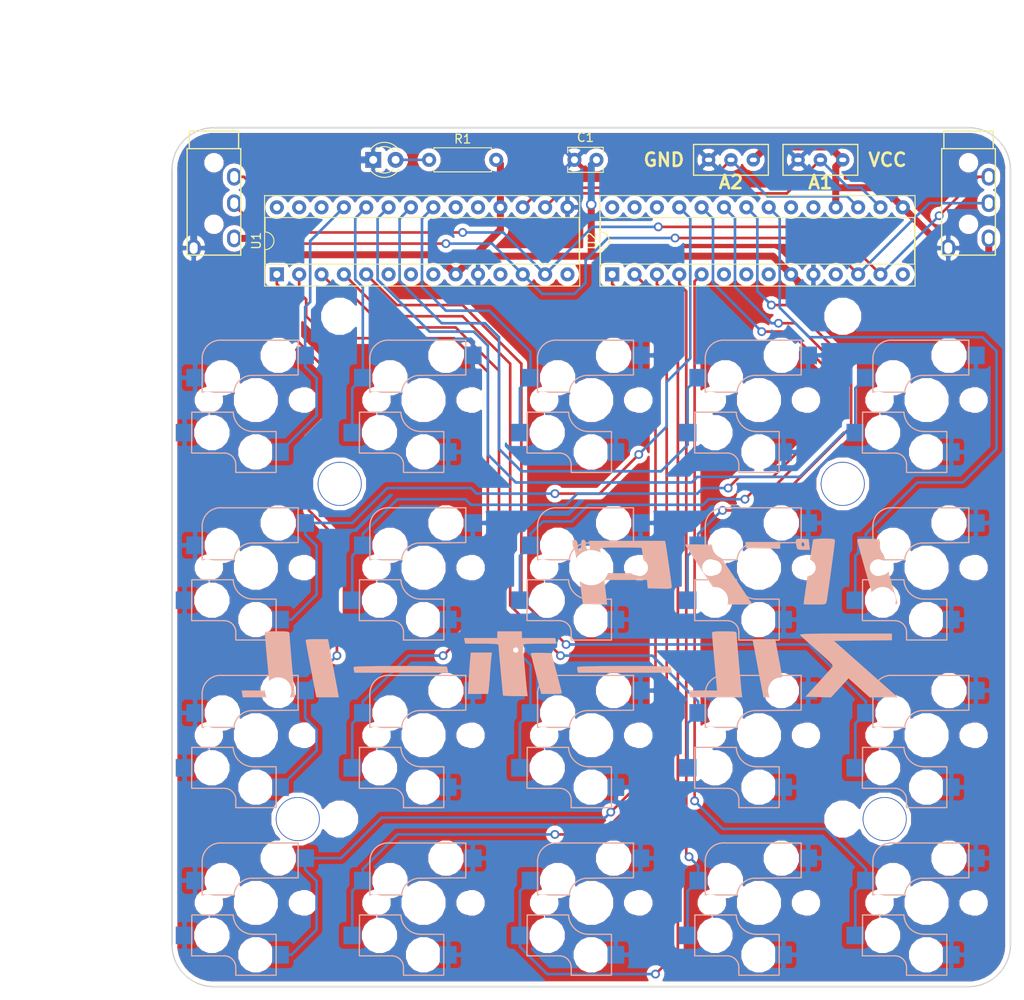
<source format=kicad_pcb>
(kicad_pcb (version 20171130) (host pcbnew 5.0.2-bee76a0~70~ubuntu18.04.1)
  (layers (0 F.Cu signal) (31 B.Cu signal) (34 B.Paste user) (35 F.Paste user) (36 B.SilkS user) (37 F.SilkS user) (38 B.Mask user) (39 F.Mask user) (44 Edge.Cuts user))
  (net 0 "")
  (net 1 3V3)
  (net 2 GND)
  (net 3 A2)
  (net 4 "Net-(U2-Pad6)")
  (net 5 "Net-(U2-Pad11)")
  (net 6 "Net-(U2-Pad14)")
  (net 7 "Net-(U2-Pad20)")
  (net 8 A1)
  (net 9 "Net-(U1-Pad19)")
  (net 10 "Net-(U1-Pad20)")
  (net 11 "Net-(U1-Pad8)")
  (net 12 "Net-(U1-Pad11)")
  (net 13 "Net-(U1-Pad27)")
  (net 14 "Net-(U1-Pad14)")
  (net 15 "Net-(U1-Pad28)")
  (net 16 SCL)
  (net 17 SDA)
  (net 18 "Net-(D1-Pad2)")
  (net 19 SW10)
  (net 20 SW1)
  (net 21 SW2)
  (net 22 SW3)
  (net 23 SW4)
  (net 24 SW5)
  (net 25 SW6)
  (net 26 SW7)
  (net 27 SW8)
  (net 28 SW9)
  (net 29 SW12)
  (net 30 SW13)
  (net 31 SW14)
  (net 32 SW15)
  (net 33 SW16)
  (net 34 SW17)
  (net 35 SW18)
  (net 36 SW19)
  (net 37 SW20)
  (net 38 SW11)
  (net 39 "Net-(U1-Pad6)")
  (net 40 "Net-(U1-Pad7)")
  (net 41 "Net-(U1-Pad26)")
  (net 42 "Net-(U2-Pad28)")
  (net 43 "Net-(U2-Pad27)")
  (net 44 "Net-(U2-Pad26)")
  (net 45 "Net-(U2-Pad19)")
  (net 46 "Net-(U2-Pad8)")
  (net 47 "Net-(U2-Pad7)")
  (module lib:CherryMX_KailhLowProfile_Hotswap_singleside_5pin (layer F.Cu) (at 90.4875 54.7688)
    (fp_text reference SW4 hide)
    (fp_text value SW_PUSH hide)
    (pad 1 smd rect (at -8.1 3.7 180) (size 2 2) (layers B.Cu B.Paste B.Mask) (net 23 SW4))
    (pad 2 smd rect (at 2.8 5.9 180) (size 1.9 2) (layers B.Cu B.Paste B.Mask) (net 2 GND))
    (pad "" np_thru_hole circle (at -5 3.7 90) (size 3 3) (drill 3) (layers *.Cu *.Mask))
    (pad "" np_thru_hole circle (at 0 5.9 90) (size 3 3) (drill 3) (layers *.Cu *.Mask))
    (pad 1 smd rect (at -6.9 -2.54 180) (size 2 2) (layers B.Cu B.Paste B.Mask) (net 23 SW4))
    (pad "" np_thru_hole circle (at 2.54 -5.08 180) (size 3 3) (drill 3) (layers *.Cu *.Mask))
    (pad "" np_thru_hole circle (at 0 0 90) (size 4 4) (drill 4) (layers *.Cu *.Mask))
    (pad "" np_thru_hole circle (at -5.5 0 90) (size 1.9 1.9) (drill 1.9) (layers *.Cu *.Mask))
    (pad "" np_thru_hole circle (at 5.5 0 90) (size 1.9 1.9) (drill 1.9) (layers *.Cu *.Mask))
    (pad "" np_thru_hole circle (at 5.08 0) (size 1.7 1.7) (drill 1.7) (layers *.Cu *.Mask))
    (pad "" np_thru_hole circle (at -5.08 0) (size 1.7 1.7) (drill 1.7) (layers *.Cu *.Mask))
    (pad "" np_thru_hole circle (at -3.81 -2.54 180) (size 3 3) (drill 3) (layers *.Cu *.Mask))
    (pad 2 smd rect (at 5.6 -5.08 180) (size 2 2) (layers B.Cu B.Paste B.Mask) (net 2 GND))
  )
  (module lib:CherryMX_KailhLowProfile_Hotswap_singleside_5pin (layer F.Cu) (at 52.3875 54.7688)
    (fp_text reference SW2 hide)
    (fp_text value SW_PUSH hide)
    (pad 1 smd rect (at -8.1 3.7 180) (size 2 2) (layers B.Cu B.Paste B.Mask) (net 21 SW2))
    (pad 2 smd rect (at 2.8 5.9 180) (size 1.9 2) (layers B.Cu B.Paste B.Mask) (net 2 GND))
    (pad "" np_thru_hole circle (at -5 3.7 90) (size 3 3) (drill 3) (layers *.Cu *.Mask))
    (pad "" np_thru_hole circle (at 0 5.9 90) (size 3 3) (drill 3) (layers *.Cu *.Mask))
    (pad 1 smd rect (at -6.9 -2.54 180) (size 2 2) (layers B.Cu B.Paste B.Mask) (net 21 SW2))
    (pad "" np_thru_hole circle (at 2.54 -5.08 180) (size 3 3) (drill 3) (layers *.Cu *.Mask))
    (pad "" np_thru_hole circle (at 0 0 90) (size 4 4) (drill 4) (layers *.Cu *.Mask))
    (pad "" np_thru_hole circle (at -5.5 0 90) (size 1.9 1.9) (drill 1.9) (layers *.Cu *.Mask))
    (pad "" np_thru_hole circle (at 5.5 0 90) (size 1.9 1.9) (drill 1.9) (layers *.Cu *.Mask))
    (pad "" np_thru_hole circle (at 5.08 0) (size 1.7 1.7) (drill 1.7) (layers *.Cu *.Mask))
    (pad "" np_thru_hole circle (at -5.08 0) (size 1.7 1.7) (drill 1.7) (layers *.Cu *.Mask))
    (pad "" np_thru_hole circle (at -3.81 -2.54 180) (size 3 3) (drill 3) (layers *.Cu *.Mask))
    (pad 2 smd rect (at 5.6 -5.08 180) (size 2 2) (layers B.Cu B.Paste B.Mask) (net 2 GND))
  )
  (module lib:CherryMX_KailhLowProfile_Hotswap_singleside_5pin (layer F.Cu) (at 52.3875 92.8688)
    (fp_text reference SW12 hide)
    (fp_text value SW_PUSH hide)
    (pad 1 smd rect (at -8.1 3.7 180) (size 2 2) (layers B.Cu B.Paste B.Mask) (net 29 SW12))
    (pad 2 smd rect (at 2.8 5.9 180) (size 1.9 2) (layers B.Cu B.Paste B.Mask) (net 2 GND))
    (pad "" np_thru_hole circle (at -5 3.7 90) (size 3 3) (drill 3) (layers *.Cu *.Mask))
    (pad "" np_thru_hole circle (at 0 5.9 90) (size 3 3) (drill 3) (layers *.Cu *.Mask))
    (pad 1 smd rect (at -6.9 -2.54 180) (size 2 2) (layers B.Cu B.Paste B.Mask) (net 29 SW12))
    (pad "" np_thru_hole circle (at 2.54 -5.08 180) (size 3 3) (drill 3) (layers *.Cu *.Mask))
    (pad "" np_thru_hole circle (at 0 0 90) (size 4 4) (drill 4) (layers *.Cu *.Mask))
    (pad "" np_thru_hole circle (at -5.5 0 90) (size 1.9 1.9) (drill 1.9) (layers *.Cu *.Mask))
    (pad "" np_thru_hole circle (at 5.5 0 90) (size 1.9 1.9) (drill 1.9) (layers *.Cu *.Mask))
    (pad "" np_thru_hole circle (at 5.08 0) (size 1.7 1.7) (drill 1.7) (layers *.Cu *.Mask))
    (pad "" np_thru_hole circle (at -5.08 0) (size 1.7 1.7) (drill 1.7) (layers *.Cu *.Mask))
    (pad "" np_thru_hole circle (at -3.81 -2.54 180) (size 3 3) (drill 3) (layers *.Cu *.Mask))
    (pad 2 smd rect (at 5.6 -5.08 180) (size 2 2) (layers B.Cu B.Paste B.Mask) (net 2 GND))
  )
  (module lib:CherryMX_KailhLowProfile_Hotswap_singleside_5pin (layer F.Cu) (at 71.4375 54.7688)
    (fp_text reference SW3 hide)
    (fp_text value SW_PUSH hide)
    (pad 1 smd rect (at -8.1 3.7 180) (size 2 2) (layers B.Cu B.Paste B.Mask) (net 22 SW3))
    (pad 2 smd rect (at 2.8 5.9 180) (size 1.9 2) (layers B.Cu B.Paste B.Mask) (net 2 GND))
    (pad "" np_thru_hole circle (at -5 3.7 90) (size 3 3) (drill 3) (layers *.Cu *.Mask))
    (pad "" np_thru_hole circle (at 0 5.9 90) (size 3 3) (drill 3) (layers *.Cu *.Mask))
    (pad 1 smd rect (at -6.9 -2.54 180) (size 2 2) (layers B.Cu B.Paste B.Mask) (net 22 SW3))
    (pad "" np_thru_hole circle (at 2.54 -5.08 180) (size 3 3) (drill 3) (layers *.Cu *.Mask))
    (pad "" np_thru_hole circle (at 0 0 90) (size 4 4) (drill 4) (layers *.Cu *.Mask))
    (pad "" np_thru_hole circle (at -5.5 0 90) (size 1.9 1.9) (drill 1.9) (layers *.Cu *.Mask))
    (pad "" np_thru_hole circle (at 5.5 0 90) (size 1.9 1.9) (drill 1.9) (layers *.Cu *.Mask))
    (pad "" np_thru_hole circle (at 5.08 0) (size 1.7 1.7) (drill 1.7) (layers *.Cu *.Mask))
    (pad "" np_thru_hole circle (at -5.08 0) (size 1.7 1.7) (drill 1.7) (layers *.Cu *.Mask))
    (pad "" np_thru_hole circle (at -3.81 -2.54 180) (size 3 3) (drill 3) (layers *.Cu *.Mask))
    (pad 2 smd rect (at 5.6 -5.08 180) (size 2 2) (layers B.Cu B.Paste B.Mask) (net 2 GND))
  )
  (module lib:CherryMX_KailhLowProfile_Hotswap_singleside_5pin (layer F.Cu) (at 109.538 54.7688)
    (fp_text reference SW5 hide)
    (fp_text value SW_PUSH hide)
    (pad 1 smd rect (at -8.1 3.7 180) (size 2 2) (layers B.Cu B.Paste B.Mask) (net 24 SW5))
    (pad 2 smd rect (at 2.8 5.9 180) (size 1.9 2) (layers B.Cu B.Paste B.Mask) (net 2 GND))
    (pad "" np_thru_hole circle (at -5 3.7 90) (size 3 3) (drill 3) (layers *.Cu *.Mask))
    (pad "" np_thru_hole circle (at 0 5.9 90) (size 3 3) (drill 3) (layers *.Cu *.Mask))
    (pad 1 smd rect (at -6.9 -2.54 180) (size 2 2) (layers B.Cu B.Paste B.Mask) (net 24 SW5))
    (pad "" np_thru_hole circle (at 2.54 -5.08 180) (size 3 3) (drill 3) (layers *.Cu *.Mask))
    (pad "" np_thru_hole circle (at 0 0 90) (size 4 4) (drill 4) (layers *.Cu *.Mask))
    (pad "" np_thru_hole circle (at -5.5 0 90) (size 1.9 1.9) (drill 1.9) (layers *.Cu *.Mask))
    (pad "" np_thru_hole circle (at 5.5 0 90) (size 1.9 1.9) (drill 1.9) (layers *.Cu *.Mask))
    (pad "" np_thru_hole circle (at 5.08 0) (size 1.7 1.7) (drill 1.7) (layers *.Cu *.Mask))
    (pad "" np_thru_hole circle (at -5.08 0) (size 1.7 1.7) (drill 1.7) (layers *.Cu *.Mask))
    (pad "" np_thru_hole circle (at -3.81 -2.54 180) (size 3 3) (drill 3) (layers *.Cu *.Mask))
    (pad 2 smd rect (at 5.6 -5.08 180) (size 2 2) (layers B.Cu B.Paste B.Mask) (net 2 GND))
  )
  (module lib:CherryMX_KailhLowProfile_Hotswap_singleside_5pin (layer F.Cu) (at 33.3375 73.8188)
    (fp_text reference SW6 hide)
    (fp_text value SW_PUSH hide)
    (pad 1 smd rect (at -8.1 3.7 180) (size 2 2) (layers B.Cu B.Paste B.Mask) (net 2 GND))
    (pad 2 smd rect (at 2.8 5.9 180) (size 1.9 2) (layers B.Cu B.Paste B.Mask) (net 25 SW6))
    (pad "" np_thru_hole circle (at -5 3.7 90) (size 3 3) (drill 3) (layers *.Cu *.Mask))
    (pad "" np_thru_hole circle (at 0 5.9 90) (size 3 3) (drill 3) (layers *.Cu *.Mask))
    (pad 1 smd rect (at -6.9 -2.54 180) (size 2 2) (layers B.Cu B.Paste B.Mask) (net 2 GND))
    (pad "" np_thru_hole circle (at 2.54 -5.08 180) (size 3 3) (drill 3) (layers *.Cu *.Mask))
    (pad "" np_thru_hole circle (at 0 0 90) (size 4 4) (drill 4) (layers *.Cu *.Mask))
    (pad "" np_thru_hole circle (at -5.5 0 90) (size 1.9 1.9) (drill 1.9) (layers *.Cu *.Mask))
    (pad "" np_thru_hole circle (at 5.5 0 90) (size 1.9 1.9) (drill 1.9) (layers *.Cu *.Mask))
    (pad "" np_thru_hole circle (at 5.08 0) (size 1.7 1.7) (drill 1.7) (layers *.Cu *.Mask))
    (pad "" np_thru_hole circle (at -5.08 0) (size 1.7 1.7) (drill 1.7) (layers *.Cu *.Mask))
    (pad "" np_thru_hole circle (at -3.81 -2.54 180) (size 3 3) (drill 3) (layers *.Cu *.Mask))
    (pad 2 smd rect (at 5.6 -5.08 180) (size 2 2) (layers B.Cu B.Paste B.Mask) (net 25 SW6))
  )
  (module lib:CherryMX_KailhLowProfile_Hotswap_singleside_5pin (layer F.Cu) (at 52.3875 73.8188)
    (fp_text reference SW7 hide)
    (fp_text value SW_PUSH hide)
    (pad 1 smd rect (at -8.1 3.7 180) (size 2 2) (layers B.Cu B.Paste B.Mask) (net 26 SW7))
    (pad 2 smd rect (at 2.8 5.9 180) (size 1.9 2) (layers B.Cu B.Paste B.Mask) (net 2 GND))
    (pad "" np_thru_hole circle (at -5 3.7 90) (size 3 3) (drill 3) (layers *.Cu *.Mask))
    (pad "" np_thru_hole circle (at 0 5.9 90) (size 3 3) (drill 3) (layers *.Cu *.Mask))
    (pad 1 smd rect (at -6.9 -2.54 180) (size 2 2) (layers B.Cu B.Paste B.Mask) (net 26 SW7))
    (pad "" np_thru_hole circle (at 2.54 -5.08 180) (size 3 3) (drill 3) (layers *.Cu *.Mask))
    (pad "" np_thru_hole circle (at 0 0 90) (size 4 4) (drill 4) (layers *.Cu *.Mask))
    (pad "" np_thru_hole circle (at -5.5 0 90) (size 1.9 1.9) (drill 1.9) (layers *.Cu *.Mask))
    (pad "" np_thru_hole circle (at 5.5 0 90) (size 1.9 1.9) (drill 1.9) (layers *.Cu *.Mask))
    (pad "" np_thru_hole circle (at 5.08 0) (size 1.7 1.7) (drill 1.7) (layers *.Cu *.Mask))
    (pad "" np_thru_hole circle (at -5.08 0) (size 1.7 1.7) (drill 1.7) (layers *.Cu *.Mask))
    (pad "" np_thru_hole circle (at -3.81 -2.54 180) (size 3 3) (drill 3) (layers *.Cu *.Mask))
    (pad 2 smd rect (at 5.6 -5.08 180) (size 2 2) (layers B.Cu B.Paste B.Mask) (net 2 GND))
  )
  (module lib:CherryMX_KailhLowProfile_Hotswap_singleside_5pin (layer F.Cu) (at 71.4375 73.8188)
    (fp_text reference SW8 hide)
    (fp_text value SW_PUSH hide)
    (pad 1 smd rect (at -8.1 3.7 180) (size 2 2) (layers B.Cu B.Paste B.Mask) (net 27 SW8))
    (pad 2 smd rect (at 2.8 5.9 180) (size 1.9 2) (layers B.Cu B.Paste B.Mask) (net 2 GND))
    (pad "" np_thru_hole circle (at -5 3.7 90) (size 3 3) (drill 3) (layers *.Cu *.Mask))
    (pad "" np_thru_hole circle (at 0 5.9 90) (size 3 3) (drill 3) (layers *.Cu *.Mask))
    (pad 1 smd rect (at -6.9 -2.54 180) (size 2 2) (layers B.Cu B.Paste B.Mask) (net 27 SW8))
    (pad "" np_thru_hole circle (at 2.54 -5.08 180) (size 3 3) (drill 3) (layers *.Cu *.Mask))
    (pad "" np_thru_hole circle (at 0 0 90) (size 4 4) (drill 4) (layers *.Cu *.Mask))
    (pad "" np_thru_hole circle (at -5.5 0 90) (size 1.9 1.9) (drill 1.9) (layers *.Cu *.Mask))
    (pad "" np_thru_hole circle (at 5.5 0 90) (size 1.9 1.9) (drill 1.9) (layers *.Cu *.Mask))
    (pad "" np_thru_hole circle (at 5.08 0) (size 1.7 1.7) (drill 1.7) (layers *.Cu *.Mask))
    (pad "" np_thru_hole circle (at -5.08 0) (size 1.7 1.7) (drill 1.7) (layers *.Cu *.Mask))
    (pad "" np_thru_hole circle (at -3.81 -2.54 180) (size 3 3) (drill 3) (layers *.Cu *.Mask))
    (pad 2 smd rect (at 5.6 -5.08 180) (size 2 2) (layers B.Cu B.Paste B.Mask) (net 2 GND))
  )
  (module lib:CherryMX_KailhLowProfile_Hotswap_singleside_5pin (layer F.Cu) (at 90.4875 73.8188)
    (fp_text reference SW9 hide)
    (fp_text value SW_PUSH hide)
    (pad 1 smd rect (at -8.1 3.7 180) (size 2 2) (layers B.Cu B.Paste B.Mask) (net 28 SW9))
    (pad 2 smd rect (at 2.8 5.9 180) (size 1.9 2) (layers B.Cu B.Paste B.Mask) (net 2 GND))
    (pad "" np_thru_hole circle (at -5 3.7 90) (size 3 3) (drill 3) (layers *.Cu *.Mask))
    (pad "" np_thru_hole circle (at 0 5.9 90) (size 3 3) (drill 3) (layers *.Cu *.Mask))
    (pad 1 smd rect (at -6.9 -2.54 180) (size 2 2) (layers B.Cu B.Paste B.Mask) (net 28 SW9))
    (pad "" np_thru_hole circle (at 2.54 -5.08 180) (size 3 3) (drill 3) (layers *.Cu *.Mask))
    (pad "" np_thru_hole circle (at 0 0 90) (size 4 4) (drill 4) (layers *.Cu *.Mask))
    (pad "" np_thru_hole circle (at -5.5 0 90) (size 1.9 1.9) (drill 1.9) (layers *.Cu *.Mask))
    (pad "" np_thru_hole circle (at 5.5 0 90) (size 1.9 1.9) (drill 1.9) (layers *.Cu *.Mask))
    (pad "" np_thru_hole circle (at 5.08 0) (size 1.7 1.7) (drill 1.7) (layers *.Cu *.Mask))
    (pad "" np_thru_hole circle (at -5.08 0) (size 1.7 1.7) (drill 1.7) (layers *.Cu *.Mask))
    (pad "" np_thru_hole circle (at -3.81 -2.54 180) (size 3 3) (drill 3) (layers *.Cu *.Mask))
    (pad 2 smd rect (at 5.6 -5.08 180) (size 2 2) (layers B.Cu B.Paste B.Mask) (net 2 GND))
  )
  (module lib:CherryMX_KailhLowProfile_Hotswap_singleside_5pin (layer F.Cu) (at 109.538 73.8188)
    (fp_text reference SW10 hide)
    (fp_text value SW_PUSH hide)
    (pad 1 smd rect (at -8.1 3.7 180) (size 2 2) (layers B.Cu B.Paste B.Mask) (net 19 SW10))
    (pad 2 smd rect (at 2.8 5.9 180) (size 1.9 2) (layers B.Cu B.Paste B.Mask) (net 2 GND))
    (pad "" np_thru_hole circle (at -5 3.7 90) (size 3 3) (drill 3) (layers *.Cu *.Mask))
    (pad "" np_thru_hole circle (at 0 5.9 90) (size 3 3) (drill 3) (layers *.Cu *.Mask))
    (pad 1 smd rect (at -6.9 -2.54 180) (size 2 2) (layers B.Cu B.Paste B.Mask) (net 19 SW10))
    (pad "" np_thru_hole circle (at 2.54 -5.08 180) (size 3 3) (drill 3) (layers *.Cu *.Mask))
    (pad "" np_thru_hole circle (at 0 0 90) (size 4 4) (drill 4) (layers *.Cu *.Mask))
    (pad "" np_thru_hole circle (at -5.5 0 90) (size 1.9 1.9) (drill 1.9) (layers *.Cu *.Mask))
    (pad "" np_thru_hole circle (at 5.5 0 90) (size 1.9 1.9) (drill 1.9) (layers *.Cu *.Mask))
    (pad "" np_thru_hole circle (at 5.08 0) (size 1.7 1.7) (drill 1.7) (layers *.Cu *.Mask))
    (pad "" np_thru_hole circle (at -5.08 0) (size 1.7 1.7) (drill 1.7) (layers *.Cu *.Mask))
    (pad "" np_thru_hole circle (at -3.81 -2.54 180) (size 3 3) (drill 3) (layers *.Cu *.Mask))
    (pad 2 smd rect (at 5.6 -5.08 180) (size 2 2) (layers B.Cu B.Paste B.Mask) (net 2 GND))
  )
  (module lib:CherryMX_KailhLowProfile_Hotswap_singleside_5pin (layer F.Cu) (at 33.3375 92.8688)
    (fp_text reference SW11 hide)
    (fp_text value SW_PUSH hide)
    (pad 1 smd rect (at -8.1 3.7 180) (size 2 2) (layers B.Cu B.Paste B.Mask) (net 2 GND))
    (pad 2 smd rect (at 2.8 5.9 180) (size 1.9 2) (layers B.Cu B.Paste B.Mask) (net 38 SW11))
    (pad "" np_thru_hole circle (at -5 3.7 90) (size 3 3) (drill 3) (layers *.Cu *.Mask))
    (pad "" np_thru_hole circle (at 0 5.9 90) (size 3 3) (drill 3) (layers *.Cu *.Mask))
    (pad 1 smd rect (at -6.9 -2.54 180) (size 2 2) (layers B.Cu B.Paste B.Mask) (net 2 GND))
    (pad "" np_thru_hole circle (at 2.54 -5.08 180) (size 3 3) (drill 3) (layers *.Cu *.Mask))
    (pad "" np_thru_hole circle (at 0 0 90) (size 4 4) (drill 4) (layers *.Cu *.Mask))
    (pad "" np_thru_hole circle (at -5.5 0 90) (size 1.9 1.9) (drill 1.9) (layers *.Cu *.Mask))
    (pad "" np_thru_hole circle (at 5.5 0 90) (size 1.9 1.9) (drill 1.9) (layers *.Cu *.Mask))
    (pad "" np_thru_hole circle (at 5.08 0) (size 1.7 1.7) (drill 1.7) (layers *.Cu *.Mask))
    (pad "" np_thru_hole circle (at -5.08 0) (size 1.7 1.7) (drill 1.7) (layers *.Cu *.Mask))
    (pad "" np_thru_hole circle (at -3.81 -2.54 180) (size 3 3) (drill 3) (layers *.Cu *.Mask))
    (pad 2 smd rect (at 5.6 -5.08 180) (size 2 2) (layers B.Cu B.Paste B.Mask) (net 38 SW11))
  )
  (module lib:CherryMX_KailhLowProfile_Hotswap_singleside_5pin (layer F.Cu) (at 71.4375 92.8688)
    (fp_text reference SW13 hide)
    (fp_text value SW_PUSH hide)
    (pad 1 smd rect (at -8.1 3.7 180) (size 2 2) (layers B.Cu B.Paste B.Mask) (net 30 SW13))
    (pad 2 smd rect (at 2.8 5.9 180) (size 1.9 2) (layers B.Cu B.Paste B.Mask) (net 2 GND))
    (pad "" np_thru_hole circle (at -5 3.7 90) (size 3 3) (drill 3) (layers *.Cu *.Mask))
    (pad "" np_thru_hole circle (at 0 5.9 90) (size 3 3) (drill 3) (layers *.Cu *.Mask))
    (pad 1 smd rect (at -6.9 -2.54 180) (size 2 2) (layers B.Cu B.Paste B.Mask) (net 30 SW13))
    (pad "" np_thru_hole circle (at 2.54 -5.08 180) (size 3 3) (drill 3) (layers *.Cu *.Mask))
    (pad "" np_thru_hole circle (at 0 0 90) (size 4 4) (drill 4) (layers *.Cu *.Mask))
    (pad "" np_thru_hole circle (at -5.5 0 90) (size 1.9 1.9) (drill 1.9) (layers *.Cu *.Mask))
    (pad "" np_thru_hole circle (at 5.5 0 90) (size 1.9 1.9) (drill 1.9) (layers *.Cu *.Mask))
    (pad "" np_thru_hole circle (at 5.08 0) (size 1.7 1.7) (drill 1.7) (layers *.Cu *.Mask))
    (pad "" np_thru_hole circle (at -5.08 0) (size 1.7 1.7) (drill 1.7) (layers *.Cu *.Mask))
    (pad "" np_thru_hole circle (at -3.81 -2.54 180) (size 3 3) (drill 3) (layers *.Cu *.Mask))
    (pad 2 smd rect (at 5.6 -5.08 180) (size 2 2) (layers B.Cu B.Paste B.Mask) (net 2 GND))
  )
  (module lib:CherryMX_KailhLowProfile_Hotswap_singleside_5pin (layer F.Cu) (at 90.4875 92.8688)
    (fp_text reference SW14 hide)
    (fp_text value SW_PUSH hide)
    (pad 1 smd rect (at -8.1 3.7 180) (size 2 2) (layers B.Cu B.Paste B.Mask) (net 31 SW14))
    (pad 2 smd rect (at 2.8 5.9 180) (size 1.9 2) (layers B.Cu B.Paste B.Mask) (net 2 GND))
    (pad "" np_thru_hole circle (at -5 3.7 90) (size 3 3) (drill 3) (layers *.Cu *.Mask))
    (pad "" np_thru_hole circle (at 0 5.9 90) (size 3 3) (drill 3) (layers *.Cu *.Mask))
    (pad 1 smd rect (at -6.9 -2.54 180) (size 2 2) (layers B.Cu B.Paste B.Mask) (net 31 SW14))
    (pad "" np_thru_hole circle (at 2.54 -5.08 180) (size 3 3) (drill 3) (layers *.Cu *.Mask))
    (pad "" np_thru_hole circle (at 0 0 90) (size 4 4) (drill 4) (layers *.Cu *.Mask))
    (pad "" np_thru_hole circle (at -5.5 0 90) (size 1.9 1.9) (drill 1.9) (layers *.Cu *.Mask))
    (pad "" np_thru_hole circle (at 5.5 0 90) (size 1.9 1.9) (drill 1.9) (layers *.Cu *.Mask))
    (pad "" np_thru_hole circle (at 5.08 0) (size 1.7 1.7) (drill 1.7) (layers *.Cu *.Mask))
    (pad "" np_thru_hole circle (at -5.08 0) (size 1.7 1.7) (drill 1.7) (layers *.Cu *.Mask))
    (pad "" np_thru_hole circle (at -3.81 -2.54 180) (size 3 3) (drill 3) (layers *.Cu *.Mask))
    (pad 2 smd rect (at 5.6 -5.08 180) (size 2 2) (layers B.Cu B.Paste B.Mask) (net 2 GND))
  )
  (module lib:CherryMX_KailhLowProfile_Hotswap_singleside_5pin (layer F.Cu) (at 109.538 92.8688)
    (fp_text reference SW15 hide)
    (fp_text value SW_PUSH hide)
    (pad 1 smd rect (at -8.1 3.7 180) (size 2 2) (layers B.Cu B.Paste B.Mask) (net 32 SW15))
    (pad 2 smd rect (at 2.8 5.9 180) (size 1.9 2) (layers B.Cu B.Paste B.Mask) (net 2 GND))
    (pad "" np_thru_hole circle (at -5 3.7 90) (size 3 3) (drill 3) (layers *.Cu *.Mask))
    (pad "" np_thru_hole circle (at 0 5.9 90) (size 3 3) (drill 3) (layers *.Cu *.Mask))
    (pad 1 smd rect (at -6.9 -2.54 180) (size 2 2) (layers B.Cu B.Paste B.Mask) (net 32 SW15))
    (pad "" np_thru_hole circle (at 2.54 -5.08 180) (size 3 3) (drill 3) (layers *.Cu *.Mask))
    (pad "" np_thru_hole circle (at 0 0 90) (size 4 4) (drill 4) (layers *.Cu *.Mask))
    (pad "" np_thru_hole circle (at -5.5 0 90) (size 1.9 1.9) (drill 1.9) (layers *.Cu *.Mask))
    (pad "" np_thru_hole circle (at 5.5 0 90) (size 1.9 1.9) (drill 1.9) (layers *.Cu *.Mask))
    (pad "" np_thru_hole circle (at 5.08 0) (size 1.7 1.7) (drill 1.7) (layers *.Cu *.Mask))
    (pad "" np_thru_hole circle (at -5.08 0) (size 1.7 1.7) (drill 1.7) (layers *.Cu *.Mask))
    (pad "" np_thru_hole circle (at -3.81 -2.54 180) (size 3 3) (drill 3) (layers *.Cu *.Mask))
    (pad 2 smd rect (at 5.6 -5.08 180) (size 2 2) (layers B.Cu B.Paste B.Mask) (net 2 GND))
  )
  (module lib:CherryMX_KailhLowProfile_Hotswap_singleside_5pin (layer F.Cu) (at 33.3375 111.919)
    (fp_text reference SW16 hide)
    (fp_text value SW_PUSH hide)
    (pad 1 smd rect (at -8.1 3.7 180) (size 2 2) (layers B.Cu B.Paste B.Mask) (net 2 GND))
    (pad 2 smd rect (at 2.8 5.9 180) (size 1.9 2) (layers B.Cu B.Paste B.Mask) (net 33 SW16))
    (pad "" np_thru_hole circle (at -5 3.7 90) (size 3 3) (drill 3) (layers *.Cu *.Mask))
    (pad "" np_thru_hole circle (at 0 5.9 90) (size 3 3) (drill 3) (layers *.Cu *.Mask))
    (pad 1 smd rect (at -6.9 -2.54 180) (size 2 2) (layers B.Cu B.Paste B.Mask) (net 2 GND))
    (pad "" np_thru_hole circle (at 2.54 -5.08 180) (size 3 3) (drill 3) (layers *.Cu *.Mask))
    (pad "" np_thru_hole circle (at 0 0 90) (size 4 4) (drill 4) (layers *.Cu *.Mask))
    (pad "" np_thru_hole circle (at -5.5 0 90) (size 1.9 1.9) (drill 1.9) (layers *.Cu *.Mask))
    (pad "" np_thru_hole circle (at 5.5 0 90) (size 1.9 1.9) (drill 1.9) (layers *.Cu *.Mask))
    (pad "" np_thru_hole circle (at 5.08 0) (size 1.7 1.7) (drill 1.7) (layers *.Cu *.Mask))
    (pad "" np_thru_hole circle (at -5.08 0) (size 1.7 1.7) (drill 1.7) (layers *.Cu *.Mask))
    (pad "" np_thru_hole circle (at -3.81 -2.54 180) (size 3 3) (drill 3) (layers *.Cu *.Mask))
    (pad 2 smd rect (at 5.6 -5.08 180) (size 2 2) (layers B.Cu B.Paste B.Mask) (net 33 SW16))
  )
  (module lib:CherryMX_KailhLowProfile_Hotswap_singleside_5pin (layer F.Cu) (at 52.3875 111.919)
    (fp_text reference SW17 hide)
    (fp_text value SW_PUSH hide)
    (pad 1 smd rect (at -8.1 3.7 180) (size 2 2) (layers B.Cu B.Paste B.Mask) (net 34 SW17))
    (pad 2 smd rect (at 2.8 5.9 180) (size 1.9 2) (layers B.Cu B.Paste B.Mask) (net 2 GND))
    (pad "" np_thru_hole circle (at -5 3.7 90) (size 3 3) (drill 3) (layers *.Cu *.Mask))
    (pad "" np_thru_hole circle (at 0 5.9 90) (size 3 3) (drill 3) (layers *.Cu *.Mask))
    (pad 1 smd rect (at -6.9 -2.54 180) (size 2 2) (layers B.Cu B.Paste B.Mask) (net 34 SW17))
    (pad "" np_thru_hole circle (at 2.54 -5.08 180) (size 3 3) (drill 3) (layers *.Cu *.Mask))
    (pad "" np_thru_hole circle (at 0 0 90) (size 4 4) (drill 4) (layers *.Cu *.Mask))
    (pad "" np_thru_hole circle (at -5.5 0 90) (size 1.9 1.9) (drill 1.9) (layers *.Cu *.Mask))
    (pad "" np_thru_hole circle (at 5.5 0 90) (size 1.9 1.9) (drill 1.9) (layers *.Cu *.Mask))
    (pad "" np_thru_hole circle (at 5.08 0) (size 1.7 1.7) (drill 1.7) (layers *.Cu *.Mask))
    (pad "" np_thru_hole circle (at -5.08 0) (size 1.7 1.7) (drill 1.7) (layers *.Cu *.Mask))
    (pad "" np_thru_hole circle (at -3.81 -2.54 180) (size 3 3) (drill 3) (layers *.Cu *.Mask))
    (pad 2 smd rect (at 5.6 -5.08 180) (size 2 2) (layers B.Cu B.Paste B.Mask) (net 2 GND))
  )
  (module lib:CherryMX_KailhLowProfile_Hotswap_singleside_5pin (layer F.Cu) (at 71.4375 111.919)
    (fp_text reference SW18 hide)
    (fp_text value SW_PUSH hide)
    (pad 1 smd rect (at -8.1 3.7 180) (size 2 2) (layers B.Cu B.Paste B.Mask) (net 35 SW18))
    (pad 2 smd rect (at 2.8 5.9 180) (size 1.9 2) (layers B.Cu B.Paste B.Mask) (net 2 GND))
    (pad "" np_thru_hole circle (at -5 3.7 90) (size 3 3) (drill 3) (layers *.Cu *.Mask))
    (pad "" np_thru_hole circle (at 0 5.9 90) (size 3 3) (drill 3) (layers *.Cu *.Mask))
    (pad 1 smd rect (at -6.9 -2.54 180) (size 2 2) (layers B.Cu B.Paste B.Mask) (net 35 SW18))
    (pad "" np_thru_hole circle (at 2.54 -5.08 180) (size 3 3) (drill 3) (layers *.Cu *.Mask))
    (pad "" np_thru_hole circle (at 0 0 90) (size 4 4) (drill 4) (layers *.Cu *.Mask))
    (pad "" np_thru_hole circle (at -5.5 0 90) (size 1.9 1.9) (drill 1.9) (layers *.Cu *.Mask))
    (pad "" np_thru_hole circle (at 5.5 0 90) (size 1.9 1.9) (drill 1.9) (layers *.Cu *.Mask))
    (pad "" np_thru_hole circle (at 5.08 0) (size 1.7 1.7) (drill 1.7) (layers *.Cu *.Mask))
    (pad "" np_thru_hole circle (at -5.08 0) (size 1.7 1.7) (drill 1.7) (layers *.Cu *.Mask))
    (pad "" np_thru_hole circle (at -3.81 -2.54 180) (size 3 3) (drill 3) (layers *.Cu *.Mask))
    (pad 2 smd rect (at 5.6 -5.08 180) (size 2 2) (layers B.Cu B.Paste B.Mask) (net 2 GND))
  )
  (module lib:CherryMX_KailhLowProfile_Hotswap_singleside_5pin (layer F.Cu) (at 90.4875 111.919)
    (fp_text reference SW19 hide)
    (fp_text value SW_PUSH hide)
    (pad 1 smd rect (at -8.1 3.7 180) (size 2 2) (layers B.Cu B.Paste B.Mask) (net 36 SW19))
    (pad 2 smd rect (at 2.8 5.9 180) (size 1.9 2) (layers B.Cu B.Paste B.Mask) (net 2 GND))
    (pad "" np_thru_hole circle (at -5 3.7 90) (size 3 3) (drill 3) (layers *.Cu *.Mask))
    (pad "" np_thru_hole circle (at 0 5.9 90) (size 3 3) (drill 3) (layers *.Cu *.Mask))
    (pad 1 smd rect (at -6.9 -2.54 180) (size 2 2) (layers B.Cu B.Paste B.Mask) (net 36 SW19))
    (pad "" np_thru_hole circle (at 2.54 -5.08 180) (size 3 3) (drill 3) (layers *.Cu *.Mask))
    (pad "" np_thru_hole circle (at 0 0 90) (size 4 4) (drill 4) (layers *.Cu *.Mask))
    (pad "" np_thru_hole circle (at -5.5 0 90) (size 1.9 1.9) (drill 1.9) (layers *.Cu *.Mask))
    (pad "" np_thru_hole circle (at 5.5 0 90) (size 1.9 1.9) (drill 1.9) (layers *.Cu *.Mask))
    (pad "" np_thru_hole circle (at 5.08 0) (size 1.7 1.7) (drill 1.7) (layers *.Cu *.Mask))
    (pad "" np_thru_hole circle (at -5.08 0) (size 1.7 1.7) (drill 1.7) (layers *.Cu *.Mask))
    (pad "" np_thru_hole circle (at -3.81 -2.54 180) (size 3 3) (drill 3) (layers *.Cu *.Mask))
    (pad 2 smd rect (at 5.6 -5.08 180) (size 2 2) (layers B.Cu B.Paste B.Mask) (net 2 GND))
  )
  (module lib:CherryMX_KailhLowProfile_Hotswap_singleside_5pin (layer F.Cu) (at 109.538 111.919)
    (fp_text reference SW20 hide)
    (fp_text value SW_PUSH hide)
    (pad 1 smd rect (at -8.1 3.7 180) (size 2 2) (layers B.Cu B.Paste B.Mask) (net 37 SW20))
    (pad 2 smd rect (at 2.8 5.9 180) (size 1.9 2) (layers B.Cu B.Paste B.Mask) (net 2 GND))
    (pad "" np_thru_hole circle (at -5 3.7 90) (size 3 3) (drill 3) (layers *.Cu *.Mask))
    (pad "" np_thru_hole circle (at 0 5.9 90) (size 3 3) (drill 3) (layers *.Cu *.Mask))
    (pad 1 smd rect (at -6.9 -2.54 180) (size 2 2) (layers B.Cu B.Paste B.Mask) (net 37 SW20))
    (pad "" np_thru_hole circle (at 2.54 -5.08 180) (size 3 3) (drill 3) (layers *.Cu *.Mask))
    (pad "" np_thru_hole circle (at 0 0 90) (size 4 4) (drill 4) (layers *.Cu *.Mask))
    (pad "" np_thru_hole circle (at -5.5 0 90) (size 1.9 1.9) (drill 1.9) (layers *.Cu *.Mask))
    (pad "" np_thru_hole circle (at 5.5 0 90) (size 1.9 1.9) (drill 1.9) (layers *.Cu *.Mask))
    (pad "" np_thru_hole circle (at 5.08 0) (size 1.7 1.7) (drill 1.7) (layers *.Cu *.Mask))
    (pad "" np_thru_hole circle (at -5.08 0) (size 1.7 1.7) (drill 1.7) (layers *.Cu *.Mask))
    (pad "" np_thru_hole circle (at -3.81 -2.54 180) (size 3 3) (drill 3) (layers *.Cu *.Mask))
    (pad 2 smd rect (at 5.6 -5.08 180) (size 2 2) (layers B.Cu B.Paste B.Mask) (net 2 GND))
  )
  (module lib:CherryMX_KailhLowProfile_Hotswap_singleside_5pin (layer F.Cu) (at 33.3375 54.7688)
    (fp_text reference SW1 hide)
    (fp_text value SW_PUSH hide)
    (pad 1 smd rect (at -8.1 3.7 180) (size 2 2) (layers B.Cu B.Paste B.Mask) (net 2 GND))
    (pad 2 smd rect (at 2.8 5.9 180) (size 1.9 2) (layers B.Cu B.Paste B.Mask) (net 20 SW1))
    (pad "" np_thru_hole circle (at -5 3.7 90) (size 3 3) (drill 3) (layers *.Cu *.Mask))
    (pad "" np_thru_hole circle (at 0 5.9 90) (size 3 3) (drill 3) (layers *.Cu *.Mask))
    (pad 1 smd rect (at -6.9 -2.54 180) (size 2 2) (layers B.Cu B.Paste B.Mask) (net 2 GND))
    (pad "" np_thru_hole circle (at 2.54 -5.08 180) (size 3 3) (drill 3) (layers *.Cu *.Mask))
    (pad "" np_thru_hole circle (at 0 0 90) (size 4 4) (drill 4) (layers *.Cu *.Mask))
    (pad "" np_thru_hole circle (at -5.5 0 90) (size 1.9 1.9) (drill 1.9) (layers *.Cu *.Mask))
    (pad "" np_thru_hole circle (at 5.5 0 90) (size 1.9 1.9) (drill 1.9) (layers *.Cu *.Mask))
    (pad "" np_thru_hole circle (at 5.08 0) (size 1.7 1.7) (drill 1.7) (layers *.Cu *.Mask))
    (pad "" np_thru_hole circle (at -5.08 0) (size 1.7 1.7) (drill 1.7) (layers *.Cu *.Mask))
    (pad "" np_thru_hole circle (at -3.81 -2.54 180) (size 3 3) (drill 3) (layers *.Cu *.Mask))
    (pad 2 smd rect (at 5.6 -5.08 180) (size 2 2) (layers B.Cu B.Paste B.Mask) (net 20 SW1))
  )
  (module Package_DIP:DIP-28_W7.62mm_Socket (layer F.Cu) (at 35.71875 40.48125 90)
    (fp_text reference U1 (at 3.81 -2.33 90) (layer F.SilkS))
    (fp_text value MCP23017_SP)
    (pad 28 thru_hole oval (at 7.62 0 90) (size 1.6 1.6) (drill 0.8) (layers *.Cu *.Mask) (net 15 "Net-(U1-Pad28)"))
    (pad 14 thru_hole oval (at 0 33.02 90) (size 1.6 1.6) (drill 0.8) (layers *.Cu *.Mask) (net 14 "Net-(U1-Pad14)"))
    (pad 27 thru_hole oval (at 7.62 2.54 90) (size 1.6 1.6) (drill 0.8) (layers *.Cu *.Mask) (net 13 "Net-(U1-Pad27)"))
    (pad 13 thru_hole oval (at 0 30.48 90) (size 1.6 1.6) (drill 0.8) (layers *.Cu *.Mask) (net 17 SDA))
    (pad 26 thru_hole oval (at 7.62 5.08 90) (size 1.6 1.6) (drill 0.8) (layers *.Cu *.Mask) (net 41 "Net-(U1-Pad26)"))
    (pad 12 thru_hole oval (at 0 27.94 90) (size 1.6 1.6) (drill 0.8) (layers *.Cu *.Mask) (net 16 SCL))
    (pad 25 thru_hole oval (at 7.62 7.62 90) (size 1.6 1.6) (drill 0.8) (layers *.Cu *.Mask) (net 20 SW1))
    (pad 11 thru_hole oval (at 0 25.4 90) (size 1.6 1.6) (drill 0.8) (layers *.Cu *.Mask) (net 12 "Net-(U1-Pad11)"))
    (pad 24 thru_hole oval (at 7.62 10.16 90) (size 1.6 1.6) (drill 0.8) (layers *.Cu *.Mask) (net 21 SW2))
    (pad 10 thru_hole oval (at 0 22.86 90) (size 1.6 1.6) (drill 0.8) (layers *.Cu *.Mask) (net 2 GND))
    (pad 23 thru_hole oval (at 7.62 12.7 90) (size 1.6 1.6) (drill 0.8) (layers *.Cu *.Mask) (net 24 SW5))
    (pad 9 thru_hole oval (at 0 20.32 90) (size 1.6 1.6) (drill 0.8) (layers *.Cu *.Mask) (net 1 3V3))
    (pad 22 thru_hole oval (at 7.62 15.24 90) (size 1.6 1.6) (drill 0.8) (layers *.Cu *.Mask) (net 23 SW4))
    (pad 8 thru_hole oval (at 0 17.78 90) (size 1.6 1.6) (drill 0.8) (layers *.Cu *.Mask) (net 11 "Net-(U1-Pad8)"))
    (pad 21 thru_hole oval (at 7.62 17.78 90) (size 1.6 1.6) (drill 0.8) (layers *.Cu *.Mask) (net 22 SW3))
    (pad 7 thru_hole oval (at 0 15.24 90) (size 1.6 1.6) (drill 0.8) (layers *.Cu *.Mask) (net 40 "Net-(U1-Pad7)"))
    (pad 20 thru_hole oval (at 7.62 20.32 90) (size 1.6 1.6) (drill 0.8) (layers *.Cu *.Mask) (net 10 "Net-(U1-Pad20)"))
    (pad 6 thru_hole oval (at 0 12.7 90) (size 1.6 1.6) (drill 0.8) (layers *.Cu *.Mask) (net 39 "Net-(U1-Pad6)"))
    (pad 19 thru_hole oval (at 7.62 22.86 90) (size 1.6 1.6) (drill 0.8) (layers *.Cu *.Mask) (net 9 "Net-(U1-Pad19)"))
    (pad 5 thru_hole oval (at 0 10.16 90) (size 1.6 1.6) (drill 0.8) (layers *.Cu *.Mask) (net 32 SW15))
    (pad 18 thru_hole oval (at 7.62 25.4 90) (size 1.6 1.6) (drill 0.8) (layers *.Cu *.Mask) (net 1 3V3))
    (pad 4 thru_hole oval (at 0 7.62 90) (size 1.6 1.6) (drill 0.8) (layers *.Cu *.Mask) (net 31 SW14))
    (pad 17 thru_hole oval (at 7.62 27.94 90) (size 1.6 1.6) (drill 0.8) (layers *.Cu *.Mask) (net 3 A2))
    (pad 3 thru_hole oval (at 0 5.08 90) (size 1.6 1.6) (drill 0.8) (layers *.Cu *.Mask) (net 30 SW13))
    (pad 16 thru_hole oval (at 7.62 30.48 90) (size 1.6 1.6) (drill 0.8) (layers *.Cu *.Mask) (net 8 A1))
    (pad 2 thru_hole oval (at 0 2.54 90) (size 1.6 1.6) (drill 0.8) (layers *.Cu *.Mask) (net 29 SW12))
    (pad 15 thru_hole oval (at 7.62 33.02 90) (size 1.6 1.6) (drill 0.8) (layers *.Cu *.Mask) (net 2 GND))
    (pad 1 thru_hole rect (at 0 0 90) (size 1.6 1.6) (drill 0.8) (layers *.Cu *.Mask) (net 38 SW11))
  )
  (module Package_DIP:DIP-28_W7.62mm_Socket (layer F.Cu) (at 73.81875 40.48125 90)
    (fp_text reference U2 (at 3.81 -2.33 90) (layer F.SilkS))
    (fp_text value MCP23017_SP)
    (pad 1 thru_hole rect (at 0 0 90) (size 1.6 1.6) (drill 0.8) (layers *.Cu *.Mask) (net 33 SW16))
    (pad 15 thru_hole oval (at 7.62 33.02 90) (size 1.6 1.6) (drill 0.8) (layers *.Cu *.Mask) (net 1 3V3))
    (pad 2 thru_hole oval (at 0 2.54 90) (size 1.6 1.6) (drill 0.8) (layers *.Cu *.Mask) (net 34 SW17))
    (pad 16 thru_hole oval (at 7.62 30.48 90) (size 1.6 1.6) (drill 0.8) (layers *.Cu *.Mask) (net 8 A1))
    (pad 3 thru_hole oval (at 0 5.08 90) (size 1.6 1.6) (drill 0.8) (layers *.Cu *.Mask) (net 35 SW18))
    (pad 17 thru_hole oval (at 7.62 27.94 90) (size 1.6 1.6) (drill 0.8) (layers *.Cu *.Mask) (net 3 A2))
    (pad 4 thru_hole oval (at 0 7.62 90) (size 1.6 1.6) (drill 0.8) (layers *.Cu *.Mask) (net 36 SW19))
    (pad 18 thru_hole oval (at 7.62 25.4 90) (size 1.6 1.6) (drill 0.8) (layers *.Cu *.Mask) (net 1 3V3))
    (pad 5 thru_hole oval (at 0 10.16 90) (size 1.6 1.6) (drill 0.8) (layers *.Cu *.Mask) (net 37 SW20))
    (pad 19 thru_hole oval (at 7.62 22.86 90) (size 1.6 1.6) (drill 0.8) (layers *.Cu *.Mask) (net 45 "Net-(U2-Pad19)"))
    (pad 6 thru_hole oval (at 0 12.7 90) (size 1.6 1.6) (drill 0.8) (layers *.Cu *.Mask) (net 4 "Net-(U2-Pad6)"))
    (pad 20 thru_hole oval (at 7.62 20.32 90) (size 1.6 1.6) (drill 0.8) (layers *.Cu *.Mask) (net 7 "Net-(U2-Pad20)"))
    (pad 7 thru_hole oval (at 0 15.24 90) (size 1.6 1.6) (drill 0.8) (layers *.Cu *.Mask) (net 47 "Net-(U2-Pad7)"))
    (pad 21 thru_hole oval (at 7.62 17.78 90) (size 1.6 1.6) (drill 0.8) (layers *.Cu *.Mask) (net 19 SW10))
    (pad 8 thru_hole oval (at 0 17.78 90) (size 1.6 1.6) (drill 0.8) (layers *.Cu *.Mask) (net 46 "Net-(U2-Pad8)"))
    (pad 22 thru_hole oval (at 7.62 15.24 90) (size 1.6 1.6) (drill 0.8) (layers *.Cu *.Mask) (net 28 SW9))
    (pad 9 thru_hole oval (at 0 20.32 90) (size 1.6 1.6) (drill 0.8) (layers *.Cu *.Mask) (net 1 3V3))
    (pad 23 thru_hole oval (at 7.62 12.7 90) (size 1.6 1.6) (drill 0.8) (layers *.Cu *.Mask) (net 27 SW8))
    (pad 10 thru_hole oval (at 0 22.86 90) (size 1.6 1.6) (drill 0.8) (layers *.Cu *.Mask) (net 2 GND))
    (pad 24 thru_hole oval (at 7.62 10.16 90) (size 1.6 1.6) (drill 0.8) (layers *.Cu *.Mask) (net 26 SW7))
    (pad 11 thru_hole oval (at 0 25.4 90) (size 1.6 1.6) (drill 0.8) (layers *.Cu *.Mask) (net 5 "Net-(U2-Pad11)"))
    (pad 25 thru_hole oval (at 7.62 7.62 90) (size 1.6 1.6) (drill 0.8) (layers *.Cu *.Mask) (net 25 SW6))
    (pad 12 thru_hole oval (at 0 27.94 90) (size 1.6 1.6) (drill 0.8) (layers *.Cu *.Mask) (net 16 SCL))
    (pad 26 thru_hole oval (at 7.62 5.08 90) (size 1.6 1.6) (drill 0.8) (layers *.Cu *.Mask) (net 44 "Net-(U2-Pad26)"))
    (pad 13 thru_hole oval (at 0 30.48 90) (size 1.6 1.6) (drill 0.8) (layers *.Cu *.Mask) (net 17 SDA))
    (pad 27 thru_hole oval (at 7.62 2.54 90) (size 1.6 1.6) (drill 0.8) (layers *.Cu *.Mask) (net 43 "Net-(U2-Pad27)"))
    (pad 14 thru_hole oval (at 0 33.02 90) (size 1.6 1.6) (drill 0.8) (layers *.Cu *.Mask) (net 6 "Net-(U2-Pad14)"))
    (pad 28 thru_hole oval (at 7.62 0 90) (size 1.6 1.6) (drill 0.8) (layers *.Cu *.Mask) (net 42 "Net-(U2-Pad28)"))
  )
  (module MountingHole:MountingHole_3.2mm_M3 (layer F.Cu) (at 42.8625 45.2438)
    (fp_text reference H1 hide)
    (fp_text value MountingHole)
    (pad 1 np_thru_hole circle (at 0 0) (size 3.2 3.2) (drill 3.2) (layers *.Cu *.Mask))
  )
  (module MountingHole:MountingHole_3.2mm_M3 (layer F.Cu) (at 100.012 45.2438)
    (fp_text reference H2 hide)
    (fp_text value MountingHole)
    (pad 1 np_thru_hole circle (at 0 0) (size 3.2 3.2) (drill 3.2) (layers *.Cu *.Mask))
  )
  (module MountingHole:MountingHole_3.2mm_M3 (layer F.Cu) (at 42.8625 102.394)
    (fp_text reference H3 hide)
    (fp_text value MountingHole)
    (pad 1 np_thru_hole circle (at 0 0) (size 3.2 3.2) (drill 3.2) (layers *.Cu *.Mask))
  )
  (module MountingHole:MountingHole_3.2mm_M3 (layer F.Cu) (at 100.012 102.394)
    (fp_text reference H4 hide)
    (fp_text value MountingHole)
    (pad 1 np_thru_hole circle (at 0 0) (size 3.2 3.2) (drill 3.2) (layers *.Cu *.Mask))
  )
  (module kbd:HOLE (layer F.Cu) (at 104.775 102.394)
    (fp_text reference H8)
    (fp_text value MountingHole)
    (pad "" np_thru_hole circle (at 0 0) (size 5 5) (drill 4.8) (layers *.Cu *.Mask))
  )
  (module kbd:HOLE (layer F.Cu) (at 100.012 64.2938)
    (fp_text reference H6)
    (fp_text value MountingHole)
    (pad "" np_thru_hole circle (at 0 0) (size 5 5) (drill 4.8) (layers *.Cu *.Mask))
  )
  (module kbd:HOLE (layer F.Cu) (at 42.8625 64.2938)
    (fp_text reference H5)
    (fp_text value MountingHole)
    (pad "" np_thru_hole circle (at 0 0) (size 5 5) (drill 4.8) (layers *.Cu *.Mask))
  )
  (module kbd:HOLE (layer F.Cu) (at 38.1 102.394)
    (fp_text reference H7)
    (fp_text value MountingHole)
    (pad "" np_thru_hole circle (at 0 0) (size 5 5) (drill 4.8) (layers *.Cu *.Mask))
  )
  (module Capacitor_THT:C_Disc_D3.8mm_W2.6mm_P2.50mm (layer F.Cu) (at 69.5325 27.46375)
    (fp_text reference C1 (at 1.25 -2.55) (layer F.SilkS))
    (fp_text value C)
    (pad 2 thru_hole circle (at 2.5 0) (size 1.6 1.6) (drill 0.8) (layers *.Cu *.Mask) (net 1 3V3))
    (pad 1 thru_hole circle (at 0 0) (size 1.6 1.6) (drill 0.8) (layers *.Cu *.Mask) (net 2 GND))
  )
  (module LED_THT:LED_D3.0mm (layer F.Cu) (at 46.6725 27.46375)
    (fp_text reference D1 hide)
    (fp_text value LED)
    (pad 1 thru_hole rect (at 0 0) (size 1.8 1.8) (drill 0.9) (layers *.Cu *.Mask) (net 2 GND))
    (pad 2 thru_hole circle (at 2.54 0) (size 1.8 1.8) (drill 0.9) (layers *.Cu *.Mask) (net 18 "Net-(D1-Pad2)"))
  )
  (module Resistor_THT:R_Axial_DIN0207_L6.3mm_D2.5mm_P7.62mm_Horizontal (layer F.Cu) (at 53.0225 27.46375)
    (fp_text reference R1 (at 3.81 -2.37) (layer F.SilkS))
    (fp_text value R)
    (pad 1 thru_hole circle (at 0 0) (size 1.6 1.6) (drill 0.8) (layers *.Cu *.Mask) (net 18 "Net-(D1-Pad2)"))
    (pad 2 thru_hole oval (at 7.62 0) (size 1.6 1.6) (drill 0.8) (layers *.Cu *.Mask) (net 1 3V3))
  )
  (module lib:MJ-4PP-9 (layer F.Cu) (at 114.3 26.19375)
    (fp_text reference J2)
    (fp_text value MJ-4PP-9)
    (pad C thru_hole oval (at 2.3 6.2) (size 1.6 2) (drill oval 0.9 1.3) (layers *.Cu *.Mask) (net 16 SCL))
    (pad "" np_thru_hole circle (at 0 1.6) (size 1.2 1.2) (drill 1.2) (layers *.Cu *.Mask))
    (pad "" np_thru_hole circle (at 0 8.6) (size 1.2 1.2) (drill 1.2) (layers *.Cu *.Mask))
    (pad B thru_hole oval (at 2.3 3.2) (size 1.6 2) (drill oval 0.9 1.3) (layers *.Cu *.Mask) (net 17 SDA))
    (pad D thru_hole oval (at 2.3 10.2) (size 1.6 2) (drill oval 0.9 1.3) (layers *.Cu *.Mask) (net 1 3V3))
    (pad A thru_hole oval (at -2.3 11.3) (size 1.6 2) (drill oval 0.9 1.3) (layers *.Cu *.Mask) (net 2 GND))
  )
  (module lib:MJ-4PP-9 (layer F.Cu) (at 28.575 26.19375)
    (fp_text reference J1)
    (fp_text value MJ-4PP-9)
    (pad C thru_hole oval (at 2.3 6.2) (size 1.6 2) (drill oval 0.9 1.3) (layers *.Cu *.Mask) (net 16 SCL))
    (pad "" np_thru_hole circle (at 0 1.6) (size 1.2 1.2) (drill 1.2) (layers *.Cu *.Mask))
    (pad "" np_thru_hole circle (at 0 8.6) (size 1.2 1.2) (drill 1.2) (layers *.Cu *.Mask))
    (pad B thru_hole oval (at 2.3 3.2) (size 1.6 2) (drill oval 0.9 1.3) (layers *.Cu *.Mask) (net 17 SDA))
    (pad D thru_hole oval (at 2.3 10.2) (size 1.6 2) (drill oval 0.9 1.3) (layers *.Cu *.Mask) (net 1 3V3))
    (pad A thru_hole oval (at -2.3 11.3) (size 1.6 2) (drill oval 0.9 1.3) (layers *.Cu *.Mask) (net 2 GND))
  )
  (module lib:SlideSwitch_SS-12D00 (layer F.Cu) (at 87.3125 27.46375 180)
    (fp_text reference SW22 hide)
    (fp_text value SW_SPDT)
    (pad 3 thru_hole circle (at 2.54 0 180) (size 1.524 1.524) (drill oval 0.8 0.5) (layers *.Cu *.Mask) (net 2 GND))
    (pad 2 thru_hole circle (at 0 0 180) (size 1.524 1.524) (drill oval 0.8 0.5) (layers *.Cu *.Mask) (net 3 A2))
    (pad 1 thru_hole circle (at -2.54 0 180) (size 1.524 1.524) (drill oval 0.8 0.5) (layers *.Cu *.Mask) (net 1 3V3))
  )
  (module lib:SlideSwitch_SS-12D00 (layer F.Cu) (at 97.4725 27.46375 180)
    (fp_text reference SW21 hide)
    (fp_text value SW_SPDT)
    (pad 1 thru_hole circle (at -2.54 0 180) (size 1.524 1.524) (drill oval 0.8 0.5) (layers *.Cu *.Mask) (net 1 3V3))
    (pad 2 thru_hole circle (at 0 0 180) (size 1.524 1.524) (drill oval 0.8 0.5) (layers *.Cu *.Mask) (net 8 A1))
    (pad 3 thru_hole circle (at 2.54 0 180) (size 1.524 1.524) (drill oval 0.8 0.5) (layers *.Cu *.Mask) (net 2 GND))
  )
  (module lib:panda-throughhole (layer B.Cu) (at 66.9925 87.15375 180)
    (fp_text reference G*** hide)
    (fp_text value LOGO hide)
  )
  (gr_text A2 (at 87.3125 30.00375) (layer F.SilkS) (effects (font (size 1.5 1.5) (thickness 0.3))))
  (gr_text A1 (at 97.4725 30.00375) (layer F.SilkS) (effects (font (size 1.5 1.5) (thickness 0.3))))
  (gr_text GND (at 79.6925 27.46375) (layer F.SilkS) (effects (font (size 1.5 1.5) (thickness 0.3))))
  (gr_text VCC (at 105.0925 27.46375) (layer F.SilkS) (effects (font (size 1.5 1.5) (thickness 0.3))))
  (gr_arc (start 28.575 116.68125) (end 23.8125 116.68125) (angle -90) (layer Edge.Cuts) (width 0.15))
  (gr_arc (start 28.575 28.575) (end 28.575 23.8125) (angle -90) (layer Edge.Cuts) (width 0.15))
  (gr_arc (start 114.3 28.575) (end 119.0625 28.575) (angle -90) (layer Edge.Cuts) (width 0.15))
  (gr_arc (start 114.3 116.68125) (end 114.3 121.44375) (angle -90) (layer Edge.Cuts) (width 0.15))
  (gr_line (start 114.3 23.8125) (end 28.575 23.8125) (layer Edge.Cuts) (width 0.2))
  (gr_line (start 119.0625 116.68125) (end 119.0625 28.575) (layer Edge.Cuts) (width 0.2))
  (gr_line (start 28.575 121.44375) (end 114.3 121.44375) (layer Edge.Cuts) (width 0.2))
  (gr_line (start 23.8125 28.575) (end 23.8125 116.68125) (layer Edge.Cuts) (width 0.2))
  (segment (start 116.6 36.39375) (end 116.6 38.19375) (width 0.8) (layer F.Cu) (net 1))
  (segment (start 95.72625 42.06875) (end 94.13875 40.48125) (width 0.8) (layer F.Cu) (net 1))
  (segment (start 94.13875 40.48125) (end 92.638749 38.981249) (width 0.8) (layer F.Cu) (net 1))
  (segment (start 61.11875 27.94) (end 60.6425 27.46375) (width 0.8) (layer F.Cu) (net 1))
  (segment (start 61.11875 32.86125) (end 61.11875 27.94) (width 0.8) (layer F.Cu) (net 1))
  (segment (start 32.475 36.39375) (end 34.34 38.25875) (width 0.8) (layer F.Cu) (net 1))
  (segment (start 30.875 36.39375) (end 32.475 36.39375) (width 0.8) (layer F.Cu) (net 1))
  (segment (start 34.34 38.25875) (end 53.81625 38.25875) (width 0.8) (layer F.Cu) (net 1))
  (segment (start 56.03875 40.48125) (end 53.81625 38.25875) (width 0.8) (layer F.Cu) (net 1))
  (segment (start 92.075 38.4175) (end 94.13875 40.48125) (width 0.8) (layer F.Cu) (net 1))
  (segment (start 58.1025 38.4175) (end 56.03875 40.48125) (width 0.8) (layer F.Cu) (net 1))
  (segment (start 59.53125 36.98875) (end 58.1025 38.4175) (width 0.8) (layer F.Cu) (net 1))
  (segment (start 61.11875 35.40125) (end 61.11875 32.86125) (width 0.8) (layer F.Cu) (net 1))
  (segment (start 56.03875 40.48125) (end 61.11875 35.40125) (width 0.8) (layer F.Cu) (net 1))
  (segment (start 91.314501 26.001749) (end 98.550499 26.001749) (width 0.8) (layer F.Cu) (net 1))
  (segment (start 99.250501 26.701751) (end 100.0125 27.46375) (width 0.8) (layer F.Cu) (net 1))
  (segment (start 98.550499 26.001749) (end 99.250501 26.701751) (width 0.8) (layer F.Cu) (net 1))
  (segment (start 89.8525 27.46375) (end 91.314501 26.001749) (width 0.8) (layer F.Cu) (net 1))
  (segment (start 99.21875 28.2575) (end 100.0125 27.46375) (width 0.8) (layer F.Cu) (net 1))
  (segment (start 99.21875 30.63875) (end 104.61625 30.63875) (width 0.8) (layer F.Cu) (net 1))
  (segment (start 104.61625 30.63875) (end 106.83875 32.86125) (width 0.8) (layer F.Cu) (net 1))
  (segment (start 99.21875 30.63875) (end 99.21875 28.2575) (width 0.8) (layer F.Cu) (net 1))
  (segment (start 99.21875 32.86125) (end 99.21875 30.63875) (width 0.8) (layer F.Cu) (net 1))
  (segment (start 110.1725 36.195) (end 110.1725 42.06875) (width 0.8) (layer F.Cu) (net 1))
  (segment (start 106.83875 32.86125) (end 110.1725 36.195) (width 0.8) (layer F.Cu) (net 1))
  (segment (start 112.09 42.70375) (end 113.3475 41.44625) (width 0.8) (layer F.Cu) (net 1))
  (segment (start 116.6 38.19375) (end 113.3475 41.44625) (width 0.8) (layer F.Cu) (net 1))
  (segment (start 113.3475 41.44625) (end 112.725 42.06875) (width 0.8) (layer F.Cu) (net 1))
  (segment (start 94.13875 40.48125) (end 94.938749 41.281249) (width 0.8) (layer F.Cu) (net 1))
  (segment (start 94.938749 41.439999) (end 96.2025 42.70375) (width 0.8) (layer F.Cu) (net 1))
  (segment (start 94.938749 41.281249) (end 94.938749 41.439999) (width 0.8) (layer F.Cu) (net 1))
  (segment (start 110.1725 42.06875) (end 110.1725 42.70375) (width 0.8) (layer F.Cu) (net 1))
  (segment (start 96.2025 42.70375) (end 110.1725 42.70375) (width 0.8) (layer F.Cu) (net 1))
  (segment (start 110.1725 42.70375) (end 112.09 42.70375) (width 0.8) (layer F.Cu) (net 1))
  (via (at 71.4375 32.54375) (size 1.2) (drill 0.8) (layers F.Cu B.Cu) (net 1))
  (segment (start 71.4375 38.4175) (end 71.4375 32.54375) (width 0.8) (layer F.Cu) (net 1))
  (segment (start 71.4375 38.4175) (end 92.075 38.4175) (width 0.8) (layer F.Cu) (net 1))
  (segment (start 58.1025 38.4175) (end 71.4375 38.4175) (width 0.8) (layer F.Cu) (net 1))
  (segment (start 71.4375 28.05875) (end 72.0325 27.46375) (width 0.8) (layer B.Cu) (net 1))
  (segment (start 71.4375 32.54375) (end 71.4375 28.05875) (width 0.8) (layer B.Cu) (net 1))
  (segment (start 33.672501 27.46375) (end 46.6725 27.46375) (width 0.8) (layer B.Cu) (net 2))
  (segment (start 31.767501 25.55875) (end 33.672501 27.46375) (width 0.8) (layer B.Cu) (net 2))
  (segment (start 28.2575 25.55875) (end 31.767501 25.55875) (width 0.8) (layer B.Cu) (net 2))
  (segment (start 26.275 37.49375) (end 26.275 27.54125) (width 0.8) (layer B.Cu) (net 2))
  (segment (start 26.275 27.54125) (end 28.2575 25.55875) (width 0.8) (layer B.Cu) (net 2))
  (segment (start 88.074499 28.225749) (end 87.3125 27.46375) (width 0.3) (layer B.Cu) (net 3))
  (segment (start 91.459999 31.611249) (end 88.074499 28.225749) (width 0.3) (layer B.Cu) (net 3))
  (segment (start 100.508749 31.611249) (end 91.459999 31.611249) (width 0.3) (layer B.Cu) (net 3))
  (segment (start 101.75875 32.86125) (end 100.508749 31.611249) (width 0.3) (layer B.Cu) (net 3))
  (segment (start 63.65875 32.86125) (end 65.88125 30.63875) (width 0.3) (layer F.Cu) (net 3))
  (segment (start 84.1375 30.63875) (end 87.3125 27.46375) (width 0.3) (layer F.Cu) (net 3))
  (segment (start 65.88125 30.63875) (end 84.1375 30.63875) (width 0.3) (layer F.Cu) (net 3))
  (segment (start 104.29875 32.86125) (end 102.07625 30.63875) (width 0.3) (layer B.Cu) (net 8))
  (segment (start 100.6475 30.63875) (end 97.4725 27.46375) (width 0.3) (layer B.Cu) (net 8))
  (segment (start 102.07625 30.63875) (end 100.6475 30.63875) (width 0.3) (layer B.Cu) (net 8))
  (segment (start 93.6625 31.27375) (end 96.710501 28.225749) (width 0.3) (layer F.Cu) (net 8))
  (segment (start 96.710501 28.225749) (end 97.4725 27.46375) (width 0.3) (layer F.Cu) (net 8))
  (segment (start 67.78625 31.27375) (end 93.6625 31.27375) (width 0.3) (layer F.Cu) (net 8))
  (segment (start 66.19875 32.86125) (end 67.78625 31.27375) (width 0.3) (layer F.Cu) (net 8))
  (segment (start 109.84625 32.39375) (end 101.75875 40.48125) (width 0.3) (layer B.Cu) (net 16))
  (segment (start 116.6 32.39375) (end 109.84625 32.39375) (width 0.3) (layer B.Cu) (net 16))
  (via (at 54.9275 36.98875) (size 1) (drill 0.6) (layers F.Cu B.Cu) (net 16))
  (segment (start 36.57 36.98875) (end 54.9275 36.98875) (width 0.3) (layer F.Cu) (net 16))
  (segment (start 60.16625 36.98875) (end 63.65875 40.48125) (width 0.3) (layer B.Cu) (net 16))
  (segment (start 54.9275 36.98875) (end 60.16625 36.98875) (width 0.3) (layer B.Cu) (net 16))
  (segment (start 35.27 36.98875) (end 36.57 36.98875) (width 0.3) (layer F.Cu) (net 16))
  (segment (start 30.875 32.59375) (end 35.27 36.98875) (width 0.3) (layer F.Cu) (net 16))
  (segment (start 30.875 32.39375) (end 30.875 32.59375) (width 0.3) (layer F.Cu) (net 16))
  (via (at 80.9625 36.35375) (size 1) (drill 0.6) (layers F.Cu B.Cu) (net 16))
  (segment (start 101.75875 40.48125) (end 97.63125 36.35375) (width 0.3) (layer F.Cu) (net 16))
  (segment (start 97.63125 36.35375) (end 80.9625 36.35375) (width 0.3) (layer F.Cu) (net 16))
  (segment (start 65.24625 42.06875) (end 63.65875 40.48125) (width 0.3) (layer B.Cu) (net 16))
  (segment (start 80.9625 36.35375) (end 73.3425 36.35375) (width 0.3) (layer B.Cu) (net 16))
  (segment (start 65.88125 42.70375) (end 65.24625 42.06875) (width 0.3) (layer B.Cu) (net 16))
  (segment (start 73.3425 36.35375) (end 70.8025 38.89375) (width 0.3) (layer B.Cu) (net 16))
  (segment (start 70.8025 38.89375) (end 70.8025 41.43375) (width 0.3) (layer B.Cu) (net 16))
  (segment (start 69.5325 42.70375) (end 65.88125 42.70375) (width 0.3) (layer B.Cu) (net 16))
  (segment (start 70.8025 41.43375) (end 69.5325 42.70375) (width 0.3) (layer B.Cu) (net 16))
  (segment (start 31.975 29.39375) (end 33.3375 30.75625) (width 0.3) (layer F.Cu) (net 17))
  (segment (start 30.875 29.39375) (end 31.975 29.39375) (width 0.3) (layer F.Cu) (net 17))
  (segment (start 33.3375 30.75625) (end 33.3375 33.17875) (width 0.3) (layer F.Cu) (net 17))
  (segment (start 33.3375 33.17875) (end 35.8775 35.71875) (width 0.3) (layer F.Cu) (net 17))
  (via (at 56.8325 35.71875) (size 1) (drill 0.6) (layers F.Cu B.Cu) (net 17))
  (segment (start 35.8775 35.71875) (end 56.8325 35.71875) (width 0.3) (layer F.Cu) (net 17))
  (segment (start 61.43625 35.71875) (end 66.19875 40.48125) (width 0.3) (layer B.Cu) (net 17))
  (segment (start 56.8325 35.71875) (end 61.43625 35.71875) (width 0.3) (layer B.Cu) (net 17))
  (segment (start 115.38625 29.39375) (end 116.6 29.39375) (width 0.3) (layer F.Cu) (net 17))
  (segment (start 66.19875 40.48125) (end 71.59625 35.08375) (width 0.3) (layer B.Cu) (net 17))
  (via (at 79.0575 35.08375) (size 1) (drill 0.6) (layers F.Cu B.Cu) (net 17))
  (segment (start 71.59625 35.08375) (end 79.0575 35.08375) (width 0.3) (layer B.Cu) (net 17))
  (segment (start 98.90125 35.08375) (end 104.29875 40.48125) (width 0.3) (layer F.Cu) (net 17))
  (segment (start 79.0575 35.08375) (end 98.90125 35.08375) (width 0.3) (layer F.Cu) (net 17))
  (segment (start 110.96625 33.81375) (end 115.38625 29.39375) (width 0.3) (layer F.Cu) (net 17))
  (via (at 110.96625 33.81375) (size 1) (drill 0.6) (layers F.Cu B.Cu) (net 17))
  (segment (start 105.098749 39.681251) (end 110.96625 33.81375) (width 0.3) (layer B.Cu) (net 17))
  (segment (start 104.29875 40.48125) (end 105.098749 39.681251) (width 0.3) (layer B.Cu) (net 17))
  (segment (start 49.2125 27.46375) (end 53.0225 27.46375) (width 0.3) (layer B.Cu) (net 18))
  (segment (start 101.438 72.4788) (end 102.638 71.2788) (width 0.3) (layer B.Cu) (net 19))
  (segment (start 101.438 77.5188) (end 101.438 72.4788) (width 0.3) (layer B.Cu) (net 19))
  (segment (start 102.638 71.2788) (end 102.638 69.9788) (width 0.3) (layer B.Cu) (net 19))
  (segment (start 102.638 69.9788) (end 108.4818 64.135) (width 0.3) (layer B.Cu) (net 19))
  (segment (start 108.4818 64.135) (end 113.665 64.135) (width 0.3) (layer B.Cu) (net 19))
  (segment (start 113.665 64.135) (end 117.475 60.325) (width 0.3) (layer B.Cu) (net 19))
  (segment (start 117.475 60.325) (end 117.475 49.215798) (width 0.3) (layer B.Cu) (net 19))
  (segment (start 117.475 49.215798) (end 115.884202 47.625) (width 0.3) (layer B.Cu) (net 19))
  (segment (start 92.848751 34.111251) (end 92.848751 44.271251) (width 0.3) (layer B.Cu) (net 19))
  (segment (start 91.59875 32.86125) (end 92.848751 34.111251) (width 0.3) (layer B.Cu) (net 19))
  (segment (start 97.4725 47.625) (end 96.2025 47.625) (width 0.3) (layer B.Cu) (net 19))
  (segment (start 115.884202 47.625) (end 97.4725 47.625) (width 0.3) (layer B.Cu) (net 19))
  (segment (start 92.848751 44.271251) (end 93.82125 45.24375) (width 0.3) (layer B.Cu) (net 19))
  (segment (start 93.82125 45.24375) (end 96.2025 47.625) (width 0.3) (layer B.Cu) (net 19))
  (segment (start 38.9375 50.9888) (end 38.9375 49.6888) (width 0.3) (layer B.Cu) (net 20))
  (segment (start 40.237501 52.288801) (end 38.9375 50.9888) (width 0.3) (layer B.Cu) (net 20))
  (segment (start 40.237501 56.518799) (end 40.237501 52.288801) (width 0.3) (layer B.Cu) (net 20))
  (segment (start 36.1375 60.6188) (end 40.237501 56.518799) (width 0.3) (layer B.Cu) (net 20))
  (segment (start 36.1375 60.6688) (end 36.1375 60.6188) (width 0.3) (layer B.Cu) (net 20))
  (segment (start 42.538751 33.661249) (end 43.33875 32.86125) (width 0.3) (layer B.Cu) (net 20))
  (segment (start 39.508751 36.691249) (end 42.538751 33.661249) (width 0.3) (layer B.Cu) (net 20))
  (segment (start 39.508751 43.621251) (end 39.508751 36.691249) (width 0.3) (layer B.Cu) (net 20))
  (segment (start 38.9375 44.192502) (end 39.508751 43.621251) (width 0.3) (layer B.Cu) (net 20))
  (segment (start 38.9375 49.6888) (end 38.9375 44.192502) (width 0.3) (layer B.Cu) (net 20))
  (segment (start 44.2875 53.4288) (end 45.4875 52.2288) (width 0.3) (layer B.Cu) (net 21))
  (segment (start 44.2875 58.4688) (end 44.2875 53.4288) (width 0.3) (layer B.Cu) (net 21))
  (segment (start 45.078751 33.661249) (end 45.87875 32.86125) (width 0.3) (layer B.Cu) (net 21))
  (segment (start 44.628749 34.111251) (end 45.078751 33.661249) (width 0.3) (layer B.Cu) (net 21))
  (segment (start 44.628749 41.081251) (end 44.628749 34.111251) (width 0.3) (layer B.Cu) (net 21))
  (segment (start 45.4875 41.940002) (end 44.628749 41.081251) (width 0.3) (layer B.Cu) (net 21))
  (segment (start 45.4875 52.2288) (end 45.4875 41.940002) (width 0.3) (layer B.Cu) (net 21))
  (segment (start 64.5375 49.2975) (end 64.5375 52.2288) (width 0.3) (layer B.Cu) (net 22))
  (segment (start 63.3375 53.4288) (end 64.5375 52.2288) (width 0.3) (layer B.Cu) (net 22))
  (segment (start 63.3375 58.4688) (end 63.3375 53.4288) (width 0.3) (layer B.Cu) (net 22))
  (segment (start 60.325 45.085) (end 60.6425 45.4025) (width 0.3) (layer B.Cu) (net 22))
  (segment (start 60.6425 45.4025) (end 64.5375 49.2975) (width 0.3) (layer B.Cu) (net 22))
  (segment (start 52.208751 34.151249) (end 52.208751 41.890001) (width 0.3) (layer B.Cu) (net 22))
  (segment (start 53.49875 32.86125) (end 52.208751 34.151249) (width 0.3) (layer B.Cu) (net 22))
  (segment (start 54.9275 44.60875) (end 59.84875 44.60875) (width 0.3) (layer B.Cu) (net 22))
  (segment (start 52.208751 41.890001) (end 54.9275 44.60875) (width 0.3) (layer B.Cu) (net 22))
  (segment (start 59.84875 44.60875) (end 60.6425 45.4025) (width 0.3) (layer B.Cu) (net 22))
  (segment (start 82.3875 53.4288) (end 83.5875 52.2288) (width 0.3) (layer B.Cu) (net 23))
  (segment (start 82.3875 58.4688) (end 82.3875 53.4288) (width 0.3) (layer B.Cu) (net 23))
  (segment (start 82.3875 58.4688) (end 82.3875 59.8525) (width 0.3) (layer B.Cu) (net 23))
  (segment (start 60.96 60.325) (end 60.96 47.625) (width 0.3) (layer B.Cu) (net 23))
  (segment (start 82.3875 59.8525) (end 79.375 62.865) (width 0.3) (layer B.Cu) (net 23))
  (segment (start 63.5 62.865) (end 60.96 60.325) (width 0.3) (layer B.Cu) (net 23))
  (segment (start 79.375 62.865) (end 63.5 62.865) (width 0.3) (layer B.Cu) (net 23))
  (segment (start 60.96 47.625) (end 59.3725 46.0375) (width 0.3) (layer B.Cu) (net 23))
  (segment (start 49.668751 34.151249) (end 49.668751 41.255001) (width 0.3) (layer B.Cu) (net 23))
  (segment (start 50.95875 32.86125) (end 49.668751 34.151249) (width 0.3) (layer B.Cu) (net 23))
  (segment (start 54.45125 46.0375) (end 58.1025 46.0375) (width 0.3) (layer B.Cu) (net 23))
  (segment (start 49.668751 41.255001) (end 54.45125 46.0375) (width 0.3) (layer B.Cu) (net 23))
  (segment (start 58.1025 46.0375) (end 59.3725 46.0375) (width 0.3) (layer B.Cu) (net 23))
  (segment (start 101.438 53.4288) (end 102.638 52.2288) (width 0.3) (layer B.Cu) (net 24))
  (segment (start 101.438 58.4688) (end 101.438 53.4288) (width 0.3) (layer B.Cu) (net 24))
  (segment (start 59.69 60.96) (end 59.69 48.581298) (width 0.3) (layer B.Cu) (net 24))
  (segment (start 101.438 58.4688) (end 100.138 58.4688) (width 0.3) (layer B.Cu) (net 24))
  (segment (start 62.865 64.135) (end 59.69 60.96) (width 0.3) (layer B.Cu) (net 24))
  (segment (start 100.138 58.4688) (end 95.1068 63.5) (width 0.3) (layer B.Cu) (net 24))
  (segment (start 95.1068 63.5) (end 83.5025 63.5) (width 0.3) (layer B.Cu) (net 24))
  (segment (start 83.5025 63.5) (end 82.8675 64.135) (width 0.3) (layer B.Cu) (net 24))
  (segment (start 82.8675 64.135) (end 62.865 64.135) (width 0.3) (layer B.Cu) (net 24))
  (segment (start 53.081296 46.993798) (end 58.1025 46.993798) (width 0.3) (layer B.Cu) (net 24))
  (segment (start 47.168749 41.081251) (end 53.081296 46.993798) (width 0.3) (layer B.Cu) (net 24))
  (segment (start 47.168749 34.111251) (end 47.168749 41.081251) (width 0.3) (layer B.Cu) (net 24))
  (segment (start 48.41875 32.86125) (end 47.168749 34.111251) (width 0.3) (layer B.Cu) (net 24))
  (segment (start 59.69 48.581298) (end 58.1025 46.993798) (width 0.3) (layer B.Cu) (net 24))
  (via (at 76.835 60.96) (size 1) (drill 0.6) (layers F.Cu B.Cu) (net 25))
  (segment (start 38.9375 70.0388) (end 38.9375 68.7388) (width 0.3) (layer B.Cu) (net 25))
  (segment (start 40.237501 71.338801) (end 38.9375 70.0388) (width 0.3) (layer B.Cu) (net 25))
  (segment (start 37.3875 79.7188) (end 40.237501 76.868799) (width 0.3) (layer B.Cu) (net 25))
  (segment (start 40.237501 76.868799) (end 40.237501 71.338801) (width 0.3) (layer B.Cu) (net 25))
  (segment (start 36.1375 79.7188) (end 37.3875 79.7188) (width 0.3) (layer B.Cu) (net 25))
  (segment (start 72.39 65.405) (end 73.66 64.135) (width 0.3) (layer F.Cu) (net 25))
  (segment (start 76.835 60.96) (end 73.66 64.135) (width 0.3) (layer F.Cu) (net 25))
  (segment (start 73.66 64.135) (end 73.34 64.455) (width 0.3) (layer F.Cu) (net 25))
  (segment (start 48.26 64.77) (end 44.2912 68.7388) (width 0.3) (layer B.Cu) (net 25))
  (segment (start 57.785 64.77) (end 48.26 64.77) (width 0.3) (layer B.Cu) (net 25))
  (segment (start 44.2912 68.7388) (end 38.9375 68.7388) (width 0.3) (layer B.Cu) (net 25))
  (segment (start 58.42 65.405) (end 57.785 64.77) (width 0.3) (layer B.Cu) (net 25))
  (via (at 67.31 65.405) (size 1) (drill 0.6) (layers F.Cu B.Cu) (net 25))
  (segment (start 72.39 65.405) (end 67.31 65.405) (width 0.3) (layer F.Cu) (net 25))
  (segment (start 67.31 65.405) (end 58.42 65.405) (width 0.3) (layer B.Cu) (net 25))
  (segment (start 80.01 52.705) (end 80.01 57.785) (width 0.3) (layer B.Cu) (net 25))
  (segment (start 82.688751 50.026249) (end 80.01 52.705) (width 0.3) (layer B.Cu) (net 25))
  (segment (start 80.01 57.785) (end 76.835 60.96) (width 0.3) (layer B.Cu) (net 25))
  (segment (start 82.688751 34.111251) (end 82.688751 50.026249) (width 0.3) (layer B.Cu) (net 25))
  (segment (start 81.43875 32.86125) (end 82.688751 34.111251) (width 0.3) (layer B.Cu) (net 25))
  (via (at 90.805 46.99) (size 1) (drill 0.6) (layers F.Cu B.Cu) (net 26))
  (segment (start 44.2875 72.4788) (end 45.4875 71.2788) (width 0.3) (layer B.Cu) (net 26))
  (segment (start 44.2875 77.5188) (end 44.2875 72.4788) (width 0.3) (layer B.Cu) (net 26))
  (segment (start 93.98 46.99) (end 98.425 51.435) (width 0.3) (layer F.Cu) (net 26))
  (segment (start 90.805 46.99) (end 93.98 46.99) (width 0.3) (layer F.Cu) (net 26))
  (segment (start 92.075 63.5) (end 98.425 57.15) (width 0.3) (layer F.Cu) (net 26))
  (segment (start 98.425 51.435) (end 98.425 57.15) (width 0.3) (layer F.Cu) (net 26))
  (via (at 86.995 64.77) (size 1) (drill 0.6) (layers F.Cu B.Cu) (net 26))
  (segment (start 88.265 63.5) (end 92.075 63.5) (width 0.3) (layer F.Cu) (net 26))
  (segment (start 86.995 64.77) (end 88.265 63.5) (width 0.3) (layer F.Cu) (net 26))
  (segment (start 45.4875 71.2788) (end 45.4875 69.9788) (width 0.3) (layer B.Cu) (net 26))
  (segment (start 68.58 66.675) (end 69.85 65.405) (width 0.3) (layer B.Cu) (net 26))
  (segment (start 45.4875 69.9788) (end 49.4263 66.04) (width 0.3) (layer B.Cu) (net 26))
  (segment (start 49.4263 66.04) (end 57.15 66.04) (width 0.3) (layer B.Cu) (net 26))
  (segment (start 57.15 66.04) (end 57.785 66.675) (width 0.3) (layer B.Cu) (net 26))
  (segment (start 57.785 66.675) (end 68.58 66.675) (width 0.3) (layer B.Cu) (net 26))
  (segment (start 84.1375 64.77) (end 83.5025 65.405) (width 0.3) (layer B.Cu) (net 26))
  (segment (start 86.995 64.77) (end 84.1375 64.77) (width 0.3) (layer B.Cu) (net 26))
  (segment (start 69.85 65.405) (end 83.5025 65.405) (width 0.3) (layer B.Cu) (net 26))
  (segment (start 90.305001 46.490001) (end 90.805 46.99) (width 0.3) (layer B.Cu) (net 26))
  (segment (start 85.268749 41.453749) (end 90.305001 46.490001) (width 0.3) (layer B.Cu) (net 26))
  (segment (start 85.268749 34.151249) (end 85.268749 41.453749) (width 0.3) (layer B.Cu) (net 26))
  (segment (start 83.97875 32.86125) (end 85.268749 34.151249) (width 0.3) (layer B.Cu) (net 26))
  (via (at 92.71 46.035) (size 1) (drill 0.6) (layers F.Cu B.Cu) (net 27))
  (segment (start 63.3375 72.4788) (end 64.5375 71.2788) (width 0.3) (layer B.Cu) (net 27))
  (segment (start 63.3375 77.5188) (end 63.3375 72.4788) (width 0.3) (layer B.Cu) (net 27))
  (via (at 88.9 66.04) (size 1) (drill 0.6) (layers F.Cu B.Cu) (net 27))
  (segment (start 84.7725 66.04) (end 88.9 66.04) (width 0.3) (layer B.Cu) (net 27))
  (segment (start 64.5375 71.2788) (end 64.5375 69.9788) (width 0.3) (layer B.Cu) (net 27))
  (segment (start 64.5375 69.9788) (end 65.9363 68.58) (width 0.3) (layer B.Cu) (net 27))
  (segment (start 65.9363 68.58) (end 69.215 68.58) (width 0.3) (layer B.Cu) (net 27))
  (segment (start 69.215 68.58) (end 71.12 66.675) (width 0.3) (layer B.Cu) (net 27))
  (segment (start 84.1375 66.675) (end 84.7725 66.04) (width 0.3) (layer B.Cu) (net 27))
  (segment (start 71.12 66.675) (end 84.1375 66.675) (width 0.3) (layer B.Cu) (net 27))
  (segment (start 87.768751 34.111251) (end 87.768751 41.890001) (width 0.3) (layer B.Cu) (net 27))
  (segment (start 86.51875 32.86125) (end 87.768751 34.111251) (width 0.3) (layer B.Cu) (net 27))
  (segment (start 91.91375 46.035) (end 92.71 46.035) (width 0.3) (layer B.Cu) (net 27))
  (segment (start 87.768751 41.890001) (end 91.91375 46.035) (width 0.3) (layer B.Cu) (net 27))
  (segment (start 94.615 46.035) (end 92.71 46.035) (width 0.3) (layer F.Cu) (net 27))
  (segment (start 99.695 51.115) (end 94.615 46.035) (width 0.3) (layer F.Cu) (net 27))
  (segment (start 99.695 57.15) (end 99.695 51.115) (width 0.3) (layer F.Cu) (net 27))
  (segment (start 91.7575 65.0875) (end 99.695 57.15) (width 0.3) (layer F.Cu) (net 27))
  (segment (start 89.8525 65.0875) (end 91.7575 65.0875) (width 0.3) (layer F.Cu) (net 27))
  (segment (start 88.9 66.04) (end 89.8525 65.0875) (width 0.3) (layer F.Cu) (net 27))
  (via (at 86.36 67.31) (size 1) (drill 0.6) (layers F.Cu B.Cu) (net 28))
  (segment (start 90.17 67.31) (end 86.36 67.31) (width 0.3) (layer F.Cu) (net 28))
  (segment (start 82.3875 72.4788) (end 83.5875 71.2788) (width 0.3) (layer B.Cu) (net 28))
  (segment (start 82.3875 77.5188) (end 82.3875 72.4788) (width 0.3) (layer B.Cu) (net 28))
  (segment (start 92.71 66.04) (end 100.965 57.785) (width 0.3) (layer F.Cu) (net 28))
  (segment (start 100.965 57.785) (end 100.965 50.8) (width 0.3) (layer F.Cu) (net 28))
  (segment (start 91.44 66.04) (end 90.17 67.31) (width 0.3) (layer F.Cu) (net 28))
  (segment (start 92.71 66.04) (end 91.44 66.04) (width 0.3) (layer F.Cu) (net 28))
  (segment (start 86.2563 67.31) (end 86.36 67.31) (width 0.3) (layer B.Cu) (net 28))
  (segment (start 83.5875 69.9788) (end 86.2563 67.31) (width 0.3) (layer B.Cu) (net 28))
  (segment (start 83.5875 71.2788) (end 83.5875 69.9788) (width 0.3) (layer B.Cu) (net 28))
  (via (at 91.898751 43.97375) (size 1) (drill 0.6) (layers F.Cu B.Cu) (net 28))
  (segment (start 94.13875 43.97375) (end 91.898751 43.97375) (width 0.3) (layer F.Cu) (net 28))
  (segment (start 95.40875 45.24375) (end 94.13875 43.97375) (width 0.3) (layer F.Cu) (net 28))
  (segment (start 95.40875 45.24375) (end 95.25 45.085) (width 0.3) (layer F.Cu) (net 28))
  (segment (start 100.965 50.8) (end 95.40875 45.24375) (width 0.3) (layer F.Cu) (net 28))
  (segment (start 90.308751 34.111251) (end 89.05875 32.86125) (width 0.3) (layer B.Cu) (net 28))
  (segment (start 91.898751 43.97375) (end 90.308751 42.38375) (width 0.3) (layer B.Cu) (net 28))
  (segment (start 90.308751 42.38375) (end 90.308751 34.111251) (width 0.3) (layer B.Cu) (net 28))
  (segment (start 50.6963 83.82) (end 45.4875 89.0288) (width 0.3) (layer B.Cu) (net 29))
  (segment (start 45.4875 89.0288) (end 45.4875 90.3288) (width 0.3) (layer B.Cu) (net 29))
  (segment (start 44.2875 91.5288) (end 45.4875 90.3288) (width 0.3) (layer B.Cu) (net 29))
  (segment (start 44.2875 96.5688) (end 44.2875 91.5288) (width 0.3) (layer B.Cu) (net 29))
  (segment (start 54.61 83.82) (end 50.6963 83.82) (width 0.3) (layer B.Cu) (net 29))
  (via (at 54.61 83.82) (size 1) (drill 0.6) (layers F.Cu B.Cu) (net 29))
  (segment (start 59.69 78.74) (end 54.61 83.82) (width 0.3) (layer F.Cu) (net 29))
  (segment (start 38.25875 40.48125) (end 38.25875 42.545) (width 0.3) (layer F.Cu) (net 29))
  (segment (start 38.25875 42.545) (end 39.0525 43.33875) (width 0.3) (layer F.Cu) (net 29))
  (segment (start 59.69 51.565298) (end 59.69 78.74) (width 0.3) (layer F.Cu) (net 29))
  (segment (start 39.0525 43.33875) (end 39.0525 45.24375) (width 0.3) (layer F.Cu) (net 29))
  (segment (start 41.547549 47.738799) (end 55.863501 47.738799) (width 0.3) (layer F.Cu) (net 29))
  (segment (start 39.0525 45.24375) (end 41.547549 47.738799) (width 0.3) (layer F.Cu) (net 29))
  (segment (start 55.863501 47.738799) (end 59.69 51.565298) (width 0.3) (layer F.Cu) (net 29))
  (via (at 62.865 83.185) (size 1) (drill 0.6) (layers F.Cu B.Cu) (net 30))
  (segment (start 64.5375 84.8575) (end 64.5375 90.3288) (width 0.3) (layer B.Cu) (net 30))
  (segment (start 62.865 83.185) (end 64.5375 84.8575) (width 0.3) (layer B.Cu) (net 30))
  (segment (start 63.3375 91.5288) (end 64.5375 90.3288) (width 0.3) (layer B.Cu) (net 30))
  (segment (start 63.3375 96.5688) (end 63.3375 91.5288) (width 0.3) (layer B.Cu) (net 30))
  (segment (start 62.865 83.185) (end 60.96 81.28) (width 0.3) (layer F.Cu) (net 30))
  (segment (start 60.96 81.28) (end 60.96 51.435) (width 0.3) (layer F.Cu) (net 30))
  (segment (start 60.96 51.435) (end 56.03875 46.51375) (width 0.3) (layer F.Cu) (net 30))
  (segment (start 40.79875 40.48125) (end 43.02125 42.70375) (width 0.3) (layer F.Cu) (net 30))
  (segment (start 43.02125 42.70375) (end 44.1325 42.70375) (width 0.3) (layer F.Cu) (net 30))
  (segment (start 44.1325 42.70375) (end 47.9425 46.51375) (width 0.3) (layer F.Cu) (net 30))
  (segment (start 47.9425 46.51375) (end 56.03875 46.51375) (width 0.3) (layer F.Cu) (net 30))
  (segment (start 83.5875 89.0288) (end 83.5875 90.3288) (width 0.3) (layer B.Cu) (net 31))
  (segment (start 78.3787 83.82) (end 83.5875 89.0288) (width 0.3) (layer B.Cu) (net 31))
  (segment (start 67.945 83.82) (end 78.3787 83.82) (width 0.3) (layer B.Cu) (net 31))
  (segment (start 82.3875 91.5288) (end 83.5875 90.3288) (width 0.3) (layer B.Cu) (net 31))
  (segment (start 82.3875 96.5688) (end 82.3875 91.5288) (width 0.3) (layer B.Cu) (net 31))
  (via (at 67.945 83.82) (size 1) (drill 0.6) (layers F.Cu B.Cu) (net 31))
  (segment (start 62.23 78.105) (end 67.945 83.82) (width 0.3) (layer F.Cu) (net 31))
  (segment (start 62.23 50.64125) (end 62.23 78.105) (width 0.3) (layer F.Cu) (net 31))
  (segment (start 48.10125 45.24375) (end 56.8325 45.24375) (width 0.3) (layer F.Cu) (net 31))
  (segment (start 56.8325 45.24375) (end 62.23 50.64125) (width 0.3) (layer F.Cu) (net 31))
  (segment (start 43.33875 40.48125) (end 48.10125 45.24375) (width 0.3) (layer F.Cu) (net 31))
  (segment (start 63.815 77.782302) (end 68.582698 82.55) (width 0.3) (layer F.Cu) (net 32))
  (segment (start 102.638 89.0288) (end 102.638 90.3288) (width 0.3) (layer B.Cu) (net 32))
  (segment (start 96.1592 82.55) (end 102.638 89.0288) (width 0.3) (layer B.Cu) (net 32))
  (segment (start 101.438 91.5288) (end 102.638 90.3288) (width 0.3) (layer B.Cu) (net 32))
  (segment (start 101.438 96.5688) (end 101.438 91.5288) (width 0.3) (layer B.Cu) (net 32))
  (segment (start 63.815 77.782302) (end 63.812302 77.782302) (width 0.3) (layer F.Cu) (net 32))
  (segment (start 63.812302 77.782302) (end 63.5 77.47) (width 0.3) (layer F.Cu) (net 32))
  (via (at 68.582698 82.55) (size 1) (drill 0.6) (layers F.Cu B.Cu) (net 32))
  (segment (start 68.582698 82.55) (end 78.74 82.55) (width 0.3) (layer B.Cu) (net 32))
  (segment (start 76.835 82.55) (end 78.74 82.55) (width 0.3) (layer B.Cu) (net 32))
  (segment (start 78.74 82.55) (end 96.1592 82.55) (width 0.3) (layer B.Cu) (net 32))
  (segment (start 63.5 77.47) (end 63.5 51.59375) (width 0.3) (layer F.Cu) (net 32))
  (segment (start 63.5 51.59375) (end 63.5 51.435) (width 0.3) (layer F.Cu) (net 32))
  (segment (start 63.5 50.64125) (end 63.5 51.59375) (width 0.3) (layer F.Cu) (net 32))
  (segment (start 56.8325 43.97375) (end 63.5 50.64125) (width 0.3) (layer F.Cu) (net 32))
  (segment (start 49.37125 43.97375) (end 56.8325 43.97375) (width 0.3) (layer F.Cu) (net 32))
  (segment (start 45.87875 40.48125) (end 49.37125 43.97375) (width 0.3) (layer F.Cu) (net 32))
  (via (at 73.66 101.6) (size 1) (drill 0.6) (layers F.Cu B.Cu) (net 33))
  (segment (start 73.66 101.6) (end 73.025 102.235) (width 0.3) (layer B.Cu) (net 33))
  (segment (start 73.025 102.235) (end 47.625 102.235) (width 0.3) (layer B.Cu) (net 33))
  (segment (start 43.021 106.839) (end 38.9375 106.839) (width 0.3) (layer B.Cu) (net 33))
  (segment (start 47.625 102.235) (end 43.021 106.839) (width 0.3) (layer B.Cu) (net 33))
  (segment (start 38.9375 108.139) (end 38.9375 106.839) (width 0.3) (layer B.Cu) (net 33))
  (segment (start 40.237501 114.968999) (end 40.237501 109.439001) (width 0.3) (layer B.Cu) (net 33))
  (segment (start 37.3875 117.819) (end 40.237501 114.968999) (width 0.3) (layer B.Cu) (net 33))
  (segment (start 40.237501 109.439001) (end 38.9375 108.139) (width 0.3) (layer B.Cu) (net 33))
  (segment (start 36.1375 117.819) (end 37.3875 117.819) (width 0.3) (layer B.Cu) (net 33))
  (segment (start 78.74 96.52) (end 73.66 101.6) (width 0.3) (layer F.Cu) (net 33))
  (segment (start 78.74 96.52) (end 78.74 68.58) (width 0.3) (layer F.Cu) (net 33))
  (segment (start 78.74 68.58) (end 78.74 70.082501) (width 0.3) (layer F.Cu) (net 33))
  (segment (start 73.81875 41.58125) (end 74.93 42.6925) (width 0.3) (layer F.Cu) (net 33))
  (segment (start 73.81875 41.58125) (end 78.74 46.5025) (width 0.3) (layer F.Cu) (net 33))
  (segment (start 78.74 46.5025) (end 78.74 52.22875) (width 0.3) (layer F.Cu) (net 33))
  (segment (start 73.81875 40.48125) (end 73.81875 41.58125) (width 0.3) (layer F.Cu) (net 33))
  (segment (start 78.74 50.8) (end 78.74 52.22875) (width 0.3) (layer F.Cu) (net 33))
  (segment (start 78.74 52.22875) (end 78.74 68.58) (width 0.3) (layer F.Cu) (net 33))
  (via (at 67.31 104.14) (size 1) (drill 0.6) (layers F.Cu B.Cu) (net 34))
  (segment (start 45.4875 108.079) (end 45.4875 109.379) (width 0.3) (layer B.Cu) (net 34))
  (segment (start 49.4265 104.14) (end 45.4875 108.079) (width 0.3) (layer B.Cu) (net 34))
  (segment (start 67.31 104.14) (end 49.4265 104.14) (width 0.3) (layer B.Cu) (net 34))
  (segment (start 44.2875 110.579) (end 45.4875 109.379) (width 0.3) (layer B.Cu) (net 34))
  (segment (start 44.2875 115.619) (end 44.2875 110.579) (width 0.3) (layer B.Cu) (net 34))
  (segment (start 72.526002 104.14) (end 67.31 104.14) (width 0.3) (layer F.Cu) (net 34))
  (segment (start 80.01 96.656002) (end 72.526002 104.14) (width 0.3) (layer F.Cu) (net 34))
  (segment (start 80.01 44.1325) (end 80.01 96.656002) (width 0.3) (layer F.Cu) (net 34))
  (segment (start 76.35875 40.48125) (end 80.01 44.1325) (width 0.3) (layer F.Cu) (net 34))
  (via (at 78.74 120.015) (size 1) (drill 0.6) (layers F.Cu B.Cu) (net 35))
  (segment (start 63.3375 116.919) (end 63.3375 115.619) (width 0.3) (layer B.Cu) (net 35))
  (segment (start 66.4335 120.015) (end 63.3375 116.919) (width 0.3) (layer B.Cu) (net 35))
  (segment (start 78.74 120.015) (end 66.4335 120.015) (width 0.3) (layer B.Cu) (net 35))
  (segment (start 63.3375 110.579) (end 64.5375 109.379) (width 0.3) (layer B.Cu) (net 35))
  (segment (start 63.3375 115.619) (end 63.3375 110.579) (width 0.3) (layer B.Cu) (net 35))
  (segment (start 81.28 117.475) (end 78.74 120.015) (width 0.3) (layer F.Cu) (net 35))
  (segment (start 81.28 43.99387) (end 81.28 51.59375) (width 0.3) (layer F.Cu) (net 35))
  (segment (start 78.89875 40.48125) (end 78.89875 41.61262) (width 0.3) (layer F.Cu) (net 35))
  (segment (start 81.28 50.8) (end 81.28 51.59375) (width 0.3) (layer F.Cu) (net 35))
  (segment (start 78.89875 41.61262) (end 81.28 43.99387) (width 0.3) (layer F.Cu) (net 35))
  (segment (start 81.28 51.59375) (end 81.28 117.475) (width 0.3) (layer F.Cu) (net 35))
  (via (at 82.55 106.68) (size 1) (drill 0.6) (layers F.Cu B.Cu) (net 36))
  (segment (start 83.5875 107.7175) (end 83.5875 109.379) (width 0.3) (layer B.Cu) (net 36))
  (segment (start 82.55 106.68) (end 83.5875 107.7175) (width 0.3) (layer B.Cu) (net 36))
  (segment (start 82.3875 110.579) (end 83.5875 109.379) (width 0.3) (layer B.Cu) (net 36))
  (segment (start 82.3875 115.619) (end 82.3875 110.579) (width 0.3) (layer B.Cu) (net 36))
  (segment (start 82.234999 106.364999) (end 82.55 106.68) (width 0.3) (layer F.Cu) (net 36))
  (segment (start 81.43875 41.61262) (end 82.234999 42.408869) (width 0.3) (layer F.Cu) (net 36))
  (segment (start 81.43875 40.48125) (end 81.43875 41.61262) (width 0.3) (layer F.Cu) (net 36))
  (segment (start 82.234999 42.408869) (end 82.234999 106.364999) (width 0.3) (layer F.Cu) (net 36))
  (segment (start 102.638 108.079) (end 102.638 109.379) (width 0.3) (layer B.Cu) (net 37))
  (segment (start 98.064 103.505) (end 102.638 108.079) (width 0.3) (layer B.Cu) (net 37))
  (segment (start 101.438 110.579) (end 102.638 109.379) (width 0.3) (layer B.Cu) (net 37))
  (segment (start 101.438 115.619) (end 101.438 110.579) (width 0.3) (layer B.Cu) (net 37))
  (via (at 83.185 100.33) (size 1) (drill 0.6) (layers F.Cu B.Cu) (net 37))
  (segment (start 86.36 103.505) (end 98.064 103.505) (width 0.3) (layer B.Cu) (net 37))
  (segment (start 86.36 103.505) (end 83.185 100.33) (width 0.3) (layer B.Cu) (net 37))
  (segment (start 83.178751 50.952501) (end 83.185 50.95875) (width 0.3) (layer F.Cu) (net 37))
  (segment (start 83.178751 41.281249) (end 83.178751 50.952501) (width 0.3) (layer F.Cu) (net 37))
  (segment (start 83.97875 40.48125) (end 83.178751 41.281249) (width 0.3) (layer F.Cu) (net 37))
  (segment (start 83.185 50.95875) (end 83.185 100.33) (width 0.3) (layer F.Cu) (net 37))
  (via (at 42.545 83.82) (size 1) (drill 0.6) (layers F.Cu B.Cu) (net 38))
  (segment (start 38.9375 87.4275) (end 38.9375 87.7888) (width 0.3) (layer B.Cu) (net 38))
  (segment (start 42.545 83.82) (end 38.9375 87.4275) (width 0.3) (layer B.Cu) (net 38))
  (segment (start 36.1375 98.7188) (end 36.1375 98.7688) (width 0.3) (layer B.Cu) (net 38))
  (segment (start 40.237501 94.618799) (end 36.1375 98.7188) (width 0.3) (layer B.Cu) (net 38))
  (segment (start 40.237501 92.196799) (end 40.237501 94.618799) (width 0.3) (layer B.Cu) (net 38))
  (segment (start 38.9375 90.896798) (end 40.237501 92.196799) (width 0.3) (layer B.Cu) (net 38))
  (segment (start 38.9375 87.7888) (end 38.9375 90.896798) (width 0.3) (layer B.Cu) (net 38))
  (segment (start 39.37 59.21375) (end 39.37 67.31) (width 0.3) (layer F.Cu) (net 38))
  (segment (start 39.37 67.31) (end 42.545 70.485) (width 0.3) (layer F.Cu) (net 38))
  (segment (start 35.71875 40.48125) (end 35.71875 41.58125) (width 0.3) (layer F.Cu) (net 38))
  (segment (start 37.827501 47.828751) (end 41.5925 51.59375) (width 0.3) (layer F.Cu) (net 38))
  (segment (start 35.71875 41.58125) (end 37.827501 43.690001) (width 0.3) (layer F.Cu) (net 38))
  (segment (start 42.545 70.485) (end 42.545 83.82) (width 0.3) (layer F.Cu) (net 38))
  (segment (start 41.5925 51.59375) (end 41.5925 56.99125) (width 0.3) (layer F.Cu) (net 38))
  (segment (start 37.827501 43.690001) (end 37.827501 47.828751) (width 0.3) (layer F.Cu) (net 38))
  (segment (start 41.5925 56.99125) (end 39.37 59.21375) (width 0.3) (layer F.Cu) (net 38))
  (zone (net 2) (net_name GND) (layer F.Cu) (connect_pads (clearance 0.508)) (min_thickness 0.254) (fill yes (arc_segments 16) (thermal_gap 0.508) (thermal_bridge_width 0.508) (smoothing chamfer) (radius 2))
    (polygon (pts (xy 24.147922 23.65375) (xy 119.397922 23.65375) (xy 119.397922 121.44375) (xy 24.147922 121.44375)))
  )
  (zone (net 2) (net_name GND) (layer B.Cu) (connect_pads (clearance 0.508)) (min_thickness 0.254) (fill yes (arc_segments 16) (thermal_gap 0.508) (thermal_bridge_width 0.508))
    (polygon (pts (xy 23.8125 23.65375) (xy 23.8125 121.44375) (xy 119.0625 121.44375) (xy 119.0625 23.65375)))
  )
)
</source>
